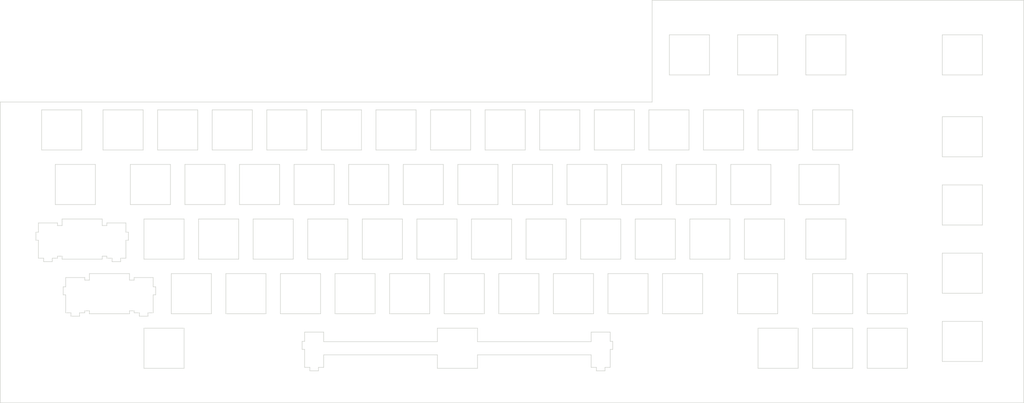
<source format=kicad_pcb>
(kicad_pcb (version 20221018) (generator pcbnew)

  (general
    (thickness 1.6)
  )

  (paper "A4")
  (layers
    (0 "F.Cu" signal)
    (31 "B.Cu" signal)
    (32 "B.Adhes" user "B.Adhesive")
    (33 "F.Adhes" user "F.Adhesive")
    (34 "B.Paste" user)
    (35 "F.Paste" user)
    (36 "B.SilkS" user "B.Silkscreen")
    (37 "F.SilkS" user "F.Silkscreen")
    (38 "B.Mask" user)
    (39 "F.Mask" user)
    (40 "Dwgs.User" user "User.Drawings")
    (41 "Cmts.User" user "User.Comments")
    (42 "Eco1.User" user "User.Eco1")
    (43 "Eco2.User" user "User.Eco2")
    (44 "Edge.Cuts" user)
    (45 "Margin" user)
    (46 "B.CrtYd" user "B.Courtyard")
    (47 "F.CrtYd" user "F.Courtyard")
    (48 "B.Fab" user)
    (49 "F.Fab" user)
    (50 "User.1" user)
    (51 "User.2" user)
    (52 "User.3" user)
    (53 "User.4" user)
    (54 "User.5" user)
    (55 "User.6" user)
    (56 "User.7" user)
    (57 "User.8" user)
    (58 "User.9" user)
  )

  (setup
    (pad_to_mask_clearance 0)
    (pcbplotparams
      (layerselection 0x00010fc_ffffffff)
      (plot_on_all_layers_selection 0x0000000_00000000)
      (disableapertmacros false)
      (usegerberextensions false)
      (usegerberattributes true)
      (usegerberadvancedattributes true)
      (creategerberjobfile true)
      (dashed_line_dash_ratio 12.000000)
      (dashed_line_gap_ratio 3.000000)
      (svgprecision 4)
      (plotframeref false)
      (viasonmask false)
      (mode 1)
      (useauxorigin false)
      (hpglpennumber 1)
      (hpglpenspeed 20)
      (hpglpendiameter 15.000000)
      (dxfpolygonmode true)
      (dxfimperialunits true)
      (dxfusepcbnewfont true)
      (psnegative false)
      (psa4output false)
      (plotreference true)
      (plotvalue true)
      (plotinvisibletext false)
      (sketchpadsonfab false)
      (subtractmaskfromsilk false)
      (outputformat 1)
      (mirror false)
      (drillshape 0)
      (scaleselection 1)
      (outputdirectory "gerber")
    )
  )

  (net 0 "")

  (gr_line (start -30.48 104.994) (end 326.708 104.994)
    (stroke (width 0.2) (type solid)) (layer "Edge.Cuts") (tstamp 0014efe6-7cf4-4280-b603-5e3661c0ab63))
  (gr_line (start 197.02 -35.5) (end 197.02 0)
    (stroke (width 0.2) (type solid)) (layer "Edge.Cuts") (tstamp 008fe25b-dd70-4ed3-8871-c77b6e599cc1))
  (gr_line (start -2.82 73.564) (end -2.82 74.764)
    (stroke (width 0.2) (type solid)) (layer "Edge.Cuts") (tstamp 00da361b-6c21-4f51-b30b-c34f8ce49600))
  (gr_line (start 162.257 35.794) (end 148.257 35.794)
    (stroke (width 0.2) (type solid)) (layer "Edge.Cuts") (tstamp 02c3c5ed-e863-4119-899b-799a4327577f))
  (gr_line (start -7.645 64.494) (end -7.645 61.264)
    (stroke (width 0.2) (type solid)) (layer "Edge.Cuts") (tstamp 02f35b17-f2dd-4536-9b8e-f926b168a202))
  (gr_line (start 48.245 59.894) (end 62.245 59.894)
    (stroke (width 0.2) (type solid)) (layer "Edge.Cuts") (tstamp 03729c5c-b3a5-4251-ae63-ec939c082344))
  (gr_line (start -11.2863 21.794) (end 2.7137 21.794)
    (stroke (width 0.2) (type solid)) (layer "Edge.Cuts") (tstamp 03ed51d2-b1f9-4fc7-b7ac-c5e1ed056b45))
  (gr_line (start 24.4325 2.744) (end 38.4325 2.744)
    (stroke (width 0.2) (type solid)) (layer "Edge.Cuts") (tstamp 04087396-691e-433e-8f8a-30af05b71d56))
  (gr_line (start 175.739 83.644) (end 175.739 80.314)
    (stroke (width 0.2) (type solid)) (layer "Edge.Cuts") (tstamp 061dacb5-f89a-4b1d-928c-96e647530902))
  (gr_line (start 298.276 42.9378) (end 298.276 28.9378)
    (stroke (width 0.2) (type solid)) (layer "Edge.Cuts") (tstamp 06b71e1a-1ea0-409b-af70-ca8827d6f133))
  (gr_line (start 182.389 86.344) (end 182.389 92.614)
    (stroke (width 0.2) (type solid)) (layer "Edge.Cuts") (tstamp 072403a8-7bea-4aa1-8005-afe18766644e))
  (gr_line (start 272.082 73.894) (end 272.082 59.894)
    (stroke (width 0.2) (type solid)) (layer "Edge.Cuts") (tstamp 080607b0-a893-4ba1-862f-66ce03a2d83b))
  (gr_line (start 247.982 16.744) (end 233.982 16.744)
    (stroke (width 0.2) (type solid)) (layer "Edge.Cuts") (tstamp 084aae94-9007-4121-9fb5-e73631cff98a))
  (gr_line (start 272.082 59.894) (end 286.082 59.894)
    (stroke (width 0.2) (type solid)) (layer "Edge.Cuts") (tstamp 0891639f-04da-4777-97c8-a80d392561fa))
  (gr_line (start 129.207 21.794) (end 143.207 21.794)
    (stroke (width 0.2) (type solid)) (layer "Edge.Cuts") (tstamp 091d5899-28e2-41ee-8e3e-ac0b84861ae1))
  (gr_line (start 19.67 78.944) (end 33.67 78.944)
    (stroke (width 0.2) (type solid)) (layer "Edge.Cuts") (tstamp 098b4c9d-c6a9-4bbb-8458-23e20e809228))
  (gr_line (start -2.0488 2.744) (end -2.0488 16.744)
    (stroke (width 0.2) (type solid)) (layer "Edge.Cuts") (tstamp 09a0f4f5-b6bb-4c75-9865-391cede64096))
  (gr_line (start -7.645 67.294) (end -8.52 67.294)
    (stroke (width 0.2) (type solid)) (layer "Edge.Cuts") (tstamp 09aea770-6055-4688-a4d5-7ee26cef3595))
  (gr_line (start 181.307 21.794) (end 181.307 35.794)
    (stroke (width 0.2) (type solid)) (layer "Edge.Cuts") (tstamp 09e68172-371a-415c-af4d-9dfa23484d29))
  (gr_line (start 124.157 21.794) (end 124.157 35.794)
    (stroke (width 0.2) (type solid)) (layer "Edge.Cuts") (tstamp 0a49d85a-39d1-4503-982e-d334a39058d0))
  (gr_line (start 16.235 62.164) (end 16.235 61.264)
    (stroke (width 0.2) (type solid)) (layer "Edge.Cuts") (tstamp 0a6641c4-7696-4357-8acd-06ded7acbdee))
  (gr_line (start 247.982 2.744) (end 247.982 16.744)
    (stroke (width 0.2) (type solid)) (layer "Edge.Cuts") (tstamp 0bfc9f0a-e350-416c-baea-48506d02790d))
  (gr_line (start 247.982 92.944) (end 233.982 92.944)
    (stroke (width 0.2) (type solid)) (layer "Edge.Cuts") (tstamp 0c0036c3-1407-43fd-a777-51206a5fe9a6))
  (gr_line (start 19.67 40.844) (end 33.67 40.844)
    (stroke (width 0.2) (type solid)) (layer "Edge.Cuts") (tstamp 0c63fd1e-62d6-4133-867e-b2da722d0d77))
  (gr_line (start 172.07 54.844) (end 172.07 40.844)
    (stroke (width 0.2) (type solid)) (layer "Edge.Cuts") (tstamp 0e283d2a-ce89-495f-9bb1-41b5c93062dd))
  (gr_line (start 23.76 64.494) (end 23.76 67.294)
    (stroke (width 0.2) (type solid)) (layer "Edge.Cuts") (tstamp 1307e788-6176-443b-9528-c368ee7ee3bc))
  (gr_line (start -15.345 55.714) (end -15.345 54.514)
    (stroke (width 0.2) (type solid)) (layer "Edge.Cuts") (tstamp 13c73f99-56aa-4574-bb13-9ef30d05d955))
  (gr_line (start 298.276 90.5628) (end 298.276 76.5628)
    (stroke (width 0.2) (type solid)) (layer "Edge.Cuts") (tstamp 14321ef3-4aa3-403b-832c-4e8a99e72821))
  (gr_line (start 28.9075 35.794) (end 14.9075 35.794)
    (stroke (width 0.2) (type solid)) (layer "Edge.Cuts") (tstamp 15d3ad38-96b8-471c-8cc9-029f9eac8906))
  (gr_line (start 298.276 52.7503) (end 312.276 52.7503)
    (stroke (width 0.2) (type solid)) (layer "Edge.Cuts") (tstamp 16452cad-0941-4ae9-ba94-e963b1bff5d0))
  (gr_line (start -16.0488 16.744) (end -16.0488 2.744)
    (stroke (width 0.2) (type solid)) (layer "Edge.Cuts") (tstamp 1726fc10-18a7-4f4e-bc2b-04125c5f0518))
  (gr_line (start 312.276 42.9378) (end 298.276 42.9378)
    (stroke (width 0.2) (type solid)) (layer "Edge.Cuts") (tstamp 199600a8-efbb-4108-ab80-2ac4a29006d3))
  (gr_line (start 57.77 54.844) (end 57.77 40.844)
    (stroke (width 0.2) (type solid)) (layer "Edge.Cuts") (tstamp 19bc430a-12f7-456d-9793-aacd4d63aaee))
  (gr_line (start 286.082 73.894) (end 272.082 73.894)
    (stroke (width 0.2) (type solid)) (layer "Edge.Cuts") (tstamp 19f0fe9d-568f-4eb1-a22a-a25b0df3f3c5))
  (gr_line (start 91.107 35.794) (end 91.107 21.794)
    (stroke (width 0.2) (type solid)) (layer "Edge.Cuts") (tstamp 1d2d42a8-9d8f-4c51-bd78-daca850fee7e))
  (gr_line (start 13.36 48.244) (end 13.36 54.514)
    (stroke (width 0.2) (type solid)) (layer "Edge.Cuts") (tstamp 1df6e290-cad3-4bd7-b172-9ae2c972ca1f))
  (gr_line (start 8.535 54.514) (end 6.71 54.514)
    (stroke (width 0.2) (type solid)) (layer "Edge.Cuts") (tstamp 1e61f82e-6292-4b92-be8c-9c7cb7013880))
  (gr_line (start 74.864 86.344) (end 74.864 83.544)
    (stroke (width 0.2) (type solid)) (layer "Edge.Cuts") (tstamp 1ef00ce3-148a-49d6-be22-04c4d7a0e643))
  (gr_line (start 298.276 76.5628) (end 312.276 76.5628)
    (stroke (width 0.2) (type solid)) (layer "Edge.Cuts") (tstamp 1f2fd260-2c1e-4774-a9bc-15e5311c34f0))
  (gr_line (start 29.195 59.894) (end 43.195 59.894)
    (stroke (width 0.2) (type solid)) (layer "Edge.Cuts") (tstamp 1f34c106-bd47-425f-a2ae-92e7c64f9493))
  (gr_line (start 312.276 -23.45) (end 312.276 -9.45)
    (stroke (width 0.2) (type solid)) (layer "Edge.Cuts") (tstamp 219f45be-d96e-4582-a2d2-af2bb854d469))
  (gr_line (start -30.48 0) (end -30.48 104.994)
    (stroke (width 0.2) (type solid)) (layer "Edge.Cuts") (tstamp 225711ee-e6ed-4fa0-90c1-668e5b2c2ad5))
  (gr_line (start 53.0075 21.794) (end 67.0075 21.794)
    (stroke (width 0.2) (type solid)) (layer "Edge.Cuts") (tstamp 22d21c7e-8779-439f-9742-e4f0d31c3e89))
  (gr_line (start 200.645 73.894) (end 200.645 59.894)
    (stroke (width 0.2) (type solid)) (layer "Edge.Cuts") (tstamp 24ba4ac4-87d0-4d8f-8535-6f979f5c2148))
  (gr_line (start 52.72 40.844) (end 52.72 54.844)
    (stroke (width 0.2) (type solid)) (layer "Edge.Cuts") (tstamp 266e3399-051c-49c6-a39c-3b2588842b88))
  (gr_line (start 77.564 93.814) (end 77.564 92.614)
    (stroke (width 0.2) (type solid)) (layer "Edge.Cuts") (tstamp 2690d0b0-e29e-4056-947b-4382014e0445))
  (gr_line (start 203.026 -9.45) (end 203.026 -23.45)
    (stroke (width 0.2) (type solid)) (layer "Edge.Cuts") (tstamp 27169990-1d23-4059-96fb-4484f76e9662))
  (gr_line (start 72.057 21.794) (end 86.057 21.794)
    (stroke (width 0.2) (type solid)) (layer "Edge.Cuts") (tstamp 275fb02e-f850-49eb-b97d-3208482c0776))
  (gr_line (start -8.905 54.844) (end -8.905 53.814)
    (stroke (width 0.2) (type solid)) (layer "Edge.Cuts") (tstamp 28592ef3-3b88-4d0f-b118-da4a7d6149d2))
  (gr_line (start 229.22 40.844) (end 243.22 40.844)
    (stroke (width 0.2) (type solid)) (layer "Edge.Cuts") (tstamp 294fda87-ab08-4d09-aea7-c9eeca82b620))
  (gr_line (start 76.82 54.844) (end 76.82 40.844)
    (stroke (width 0.2) (type solid)) (layer "Edge.Cuts") (tstamp 29ff4344-f274-4ecc-9729-768851b25830))
  (gr_line (start 86.345 73.894) (end 86.345 59.894)
    (stroke (width 0.2) (type solid)) (layer "Edge.Cuts") (tstamp 2a9acd35-0d03-4a04-865f-e34cbdcd3338))
  (gr_line (start 148.257 21.794) (end 162.257 21.794)
    (stroke (width 0.2) (type solid)) (layer "Edge.Cuts") (tstamp 2ab33e6e-12e7-4b0e-9640-25f487f85abd))
  (gr_line (start 181.595 73.894) (end 181.595 59.894)
    (stroke (width 0.2) (type solid)) (layer "Edge.Cuts") (tstamp 2c156b25-f912-471d-8c0c-1e0ef5b3bff6))
  (gr_line (start 74.864 83.544) (end 75.739 83.544)
    (stroke (width 0.2) (type solid)) (layer "Edge.Cuts") (tstamp 2ce1f323-aeca-4631-8aa8-e6223778a69e))
  (gr_line (start 38.4325 16.744) (end 24.4325 16.744)
    (stroke (width 0.2) (type solid)) (layer "Edge.Cuts") (tstamp 2dd18c8d-d855-44f5-9db5-e5c0163791f3))
  (gr_line (start 262.27 35.794) (end 248.27 35.794)
    (stroke (width 0.2) (type solid)) (layer "Edge.Cuts") (tstamp 2e6b1142-69c3-45a1-a943-71322440d804))
  (gr_line (start 14.62 62.164) (end 16.235 62.164)
    (stroke (width 0.2) (type solid)) (layer "Edge.Cuts") (tstamp 2eaeb29b-c71a-489c-aec9-34cf65ae73e7))
  (gr_line (start 195.882 16.744) (end 195.882 2.744)
    (stroke (width 0.2) (type solid)) (layer "Edge.Cuts") (tstamp 2ebcca10-8002-4089-8c5f-ee71f8732c7e))
  (gr_line (start 19.67 92.944) (end 19.67 78.944)
    (stroke (width 0.2) (type solid)) (layer "Edge.Cuts") (tstamp 31b527db-c63c-4479-9b63-15d2c0bba850))
  (gr_line (start 80.564 92.614) (end 80.564 93.814)
    (stroke (width 0.2) (type solid)) (layer "Edge.Cuts") (tstamp 31bdbdc6-8893-4a13-8d97-60df074c3b39))
  (gr_line (start 177.564 93.814) (end 177.564 92.614)
    (stroke (width 0.2) (type solid)) (layer "Edge.Cuts") (tstamp 322a6bc0-1a9a-4a82-9077-3302d7a69673))
  (gr_line (start 210.17 54.844) (end 210.17 40.844)
    (stroke (width 0.2) (type solid)) (layer "Edge.Cuts") (tstamp 322b9f91-1058-456f-b9e2-ddea83628d55))
  (gr_line (start 167.307 21.794) (end 181.307 21.794)
    (stroke (width 0.2) (type solid)) (layer "Edge.Cuts") (tstamp 324a96de-fa21-48be-896e-91add1f3c93d))
  (gr_line (start 138.445 59.894) (end 138.445 73.894)
    (stroke (width 0.2) (type solid)) (layer "Edge.Cuts") (tstamp 32555428-da43-473d-bb7e-132e5a4abaa6))
  (gr_line (start 57.77 40.844) (end 71.77 40.844)
    (stroke (width 0.2) (type solid)) (layer "Edge.Cuts") (tstamp 32e9b745-af00-46f0-8060-036119d0598d))
  (gr_line (start 129.207 35.794) (end 129.207 21.794)
    (stroke (width 0.2) (type solid)) (layer "Edge.Cuts") (tstamp 3399e3ff-1aa4-47f7-950e-37088bfc3189))
  (gr_line (start 81.295 59.894) (end 81.295 73.894)
    (stroke (width 0.2) (type solid)) (layer "Edge.Cuts") (tstamp 34434d9e-3e30-4d85-ab99-5f645c500cf8))
  (gr_line (start -7.645 61.264) (end -0.995 61.264)
    (stroke (width 0.2) (type solid)) (layer "Edge.Cuts") (tstamp 35e3ce93-b19b-47eb-86d2-46e03a139ea5))
  (gr_line (start 5.095 53.814) (end 5.095 54.844)
    (stroke (width 0.2) (type solid)) (layer "Edge.Cuts") (tstamp 36579972-594f-4f22-b1ac-d12fb0bd1228))
  (gr_line (start -12.345 54.514) (end -12.345 55.714)
    (stroke (width 0.2) (type solid)) (layer "Edge.Cuts") (tstamp 37a927fd-0fe0-40c0-bb45-84a4f2b5ba89))
  (gr_line (start 114.92 40.844) (end 128.92 40.844)
    (stroke (width 0.2) (type solid)) (layer "Edge.Cuts") (tstamp 37a9d78b-d7bb-44ca-b424-5e8df4e00daa))
  (gr_line (start 22.885 61.264) (end 22.885 64.494)
    (stroke (width 0.2) (type solid)) (layer "Edge.Cuts") (tstamp 37be1401-9a3b-49fd-b853-c431a7c293b3))
  (gr_line (start 122.064 83.644) (end 122.064 78.944)
    (stroke (width 0.2) (type solid)) (layer "Edge.Cuts") (tstamp 37d8312f-eb1a-4697-b8d5-1301f06d7f70))
  (gr_line (start 298.276 66.7503) (end 298.276 52.7503)
    (stroke (width 0.2) (type solid)) (layer "Edge.Cuts") (tstamp 37df0da0-c6c7-4d86-b737-d27bb1725f76))
  (gr_line (start 14.62 59.894) (end 14.62 62.164)
    (stroke (width 0.2) (type solid)) (layer "Edge.Cuts") (tstamp 381e64ec-194d-46f8-850e-643b852ec355))
  (gr_line (start 162.545 59.894) (end 176.545 59.894)
    (stroke (width 0.2) (type solid)) (layer "Edge.Cuts") (tstamp 3961e00c-78de-45fb-b2e6-9f28c5af1cb4))
  (gr_line (start 0.62 59.894) (end 14.62 59.894)
    (stroke (width 0.2) (type solid)) (layer "Edge.Cuts") (tstamp 3ae0dcad-efba-484a-ad26-e836764f979a))
  (gr_line (start 219.407 21.794) (end 219.407 35.794)
    (stroke (width 0.2) (type solid)) (layer "Edge.Cuts") (tstamp 3b0a3157-c217-4900-9bfb-7a7b1a7113a5))
  (gr_line (start -8.905 43.114) (end -8.905 40.844)
    (stroke (width 0.2) (type solid)) (layer "Edge.Cuts") (tstamp 3b3b9775-74e8-41d9-bf6a-2d70c405a0b9))
  (gr_line (start 0.62 72.864) (end -0.995 72.864)
    (stroke (width 0.2) (type solid)) (layer "Edge.Cuts") (tstamp 3ba18869-4bb9-4b80-a266-9fbad5a29b5f))
  (gr_line (start 217.026 -23.45) (end 217.026 -9.45)
    (stroke (width 0.2) (type solid)) (layer "Edge.Cuts") (tstamp 3c6e4122-fd47-4f1a-9d4f-bd885c2bea8a))
  (gr_line (start 191.12 40.844) (end 205.12 40.844)
    (stroke (width 0.2) (type solid)) (layer "Edge.Cuts") (tstamp 3e23e33d-31e5-4550-820b-47485dcdd024))
  (gr_line (start 298.276 5.1253) (end 312.276 5.1253)
    (stroke (width 0.2) (type solid)) (layer "Edge.Cuts") (tstamp 3f371ccb-3f71-4990-b456-7adce5929efc))
  (gr_line (start 312.276 76.5628) (end 312.276 90.5628)
    (stroke (width 0.2) (type solid)) (layer "Edge.Cuts") (tstamp 40833011-9369-4dc3-a431-f357919f3723))
  (gr_line (start -10.52 42.214) (end -10.52 43.114)
    (stroke (width 0.2) (type solid)) (layer "Edge.Cuts") (tstamp 4190d57a-e5ac-47ef-814e-f8541d32d018))
  (gr_line (start 326.708 104.994) (end 326.708 -35.5)
    (stroke (width 0.2) (type solid)) (layer "Edge.Cuts") (tstamp 41bad825-dda1-4369-b357-1e935d6df8ff))
  (gr_line (start 175.739 80.314) (end 182.389 80.314)
    (stroke (width 0.2) (type solid)) (layer "Edge.Cuts") (tstamp 42985dab-7fcf-4baa-b109-c0e41667b320))
  (gr_line (start 243.22 54.844) (end 229.22 54.844)
    (stroke (width 0.2) (type solid)) (layer "Edge.Cuts") (tstamp 43796f79-594e-4fa5-9dd0-c5f9dabe6e62))
  (gr_line (start 183.264 83.544) (end 183.264 86.344)
    (stroke (width 0.2) (type solid)) (layer "Edge.Cuts") (tstamp 43943a85-cdb9-4f30-bc57-254c38aef8ce))
  (gr_line (start 109.87 54.844) (end 95.87 54.844)
    (stroke (width 0.2) (type solid)) (layer "Edge.Cuts") (tstamp 43ead337-3e41-4d15-8807-8b0d6089d635))
  (gr_line (start -0.995 61.264) (end -0.995 62.164)
    (stroke (width 0.2) (type solid)) (layer "Edge.Cuts") (tstamp 4432ca9d-57e8-4723-ba12-c091ab9562d0))
  (gr_line (start 153.02 40.844) (end 167.02 40.844)
    (stroke (width 0.2) (type solid)) (layer "Edge.Cuts") (tstamp 4473e07e-cdc1-4c74-a402-92f7cbbfedf6))
  (gr_line (start 136.064 88.244) (end 136.064 92.944)
    (stroke (width 0.2) (type solid)) (layer "Edge.Cuts") (tstamp 45bdc508-910b-4f9f-be5a-d6c77265dc14))
  (gr_line (start 62.245 59.894) (end 62.245 73.894)
    (stroke (width 0.2) (type solid)) (layer "Edge.Cuts") (tstamp 46234a94-39f3-4a24-8834-4ebb997fc258))
  (gr_line (start 21.06 74.764) (end 18.06 74.764)
    (stroke (width 0.2) (type solid)) (layer "Edge.Cuts") (tstamp 46607ff3-ca1f-464d-afcc-0f66e2a1e6ab))
  (gr_line (start 124.445 73.894) (end 124.445 59.894)
    (stroke (width 0.2) (type solid)) (layer "Edge.Cuts") (tstamp 470ef914-3ee0-4a00-991d-39c6c0384f95))
  (gr_line (start 264.651 -9.45) (end 250.651 -9.45)
    (stroke (width 0.2) (type solid)) (layer "Edge.Cuts") (tstamp 470efc9d-89d3-486f-b506-4deab6c6705f))
  (gr_line (start 86.345 59.894) (end 100.345 59.894)
    (stroke (width 0.2) (type solid)) (layer "Edge.Cuts") (tstamp 473ad94d-8e55-4af9-8313-02ecc0a92df7))
  (gr_line (start 110.157 35.794) (end 110.157 21.794)
    (stroke (width 0.2) (type solid)) (layer "Edge.Cuts") (tstamp 4748734f-605e-4116-b30a-cd1961e73a2f))
  (gr_line (start 43.4825 16.744) (end 43.4825 2.744)
    (stroke (width 0.2) (type solid)) (layer "Edge.Cuts") (tstamp 47d55e69-2fb0-4b9a-bdfe-041b80939deb))
  (gr_line (start -17.17 45.444) (end -17.17 42.214)
    (stroke (width 0.2) (type solid)) (layer "Edge.Cuts") (tstamp 481fe5d2-0084-446b-88bb-b0f210b5a3f8))
  (gr_line (start 122.064 88.244) (end 82.389 88.244)
    (stroke (width 0.2) (type solid)) (layer "Edge.Cuts") (tstamp 48d21b5c-75f3-4b59-a4d0-935eb09afab4))
  (gr_line (start 253.032 78.944) (end 267.032 78.944)
    (stroke (width 0.2) (type solid)) (layer "Edge.Cuts") (tstamp 49a92c33-04ee-46a5-90eb-11926d17604d))
  (gr_line (start 2.7137 35.794) (end -11.2863 35.794)
    (stroke (width 0.2) (type solid)) (layer "Edge.Cuts") (tstamp 49ddb9ab-0c09-4087-90b0-2e2b7c52d61a))
  (gr_line (start 11.535 55.714) (end 8.535 55.714)
    (stroke (width 0.2) (type solid)) (layer "Edge.Cuts") (tstamp 4a4c8840-d04f-4979-887a-07ec03663932))
  (gr_line (start 5.095 40.844) (end 5.095 43.114)
    (stroke (width 0.2) (type solid)) (layer "Edge.Cuts") (tstamp 4a581ec6-279e-4134-9bfd-c641be71cf70))
  (gr_line (start 33.67 54.844) (end 19.67 54.844)
    (stroke (width 0.2) (type solid)) (layer "Edge.Cuts") (tstamp 4aae287f-96de-42a3-832d-ee0d9ac609c7))
  (gr_line (start 19.3825 2.744) (end 19.3825 16.744)
    (stroke (width 0.2) (type solid)) (layer "Edge.Cuts") (tstamp 4ba77e16-34d3-4a03-b853-1d6aadf26a20))
  (gr_line (start 226.839 73.894) (end 226.839 59.894)
    (stroke (width 0.2) (type solid)) (layer "Edge.Cuts") (tstamp 4c08c568-e879-41e1-9cf9-2ca95c531b2c))
  (gr_line (start 224.17 54.844) (end 210.17 54.844)
    (stroke (width 0.2) (type solid)) (layer "Edge.Cuts") (tstamp 4c44baa2-f258-46ac-97a3-a343117f6cd7))
  (gr_line (start 38.4325 2.744) (end 38.4325 16.744)
    (stroke (width 0.2) (type solid)) (layer "Edge.Cuts") (tstamp 4e72688b-a750-488b-a6d4-b2cc66fb6202))
  (gr_line (start 200.357 21.794) (end 200.357 35.794)
    (stroke (width 0.2) (type solid)) (layer "Edge.Cuts") (tstamp 501ded88-f15b-413d-8dca-4d70aa2c5c86))
  (gr_line (start 181.307 35.794) (end 167.307 35.794)
    (stroke (width 0.2) (type solid)) (layer "Edge.Cuts") (tstamp 5151f799-d292-4c68-9baa-3ab8d9aaa9e3))
  (gr_line (start -17.17 54.514) (end -17.17 48.244)
    (stroke (width 0.2) (type solid)) (layer "Edge.Cuts") (tstamp 516710ff-01b1-44e9-b9ed-f65785c72583))
  (gr_line (start -5.82 73.564) (end -7.645 73.564)
    (stroke (width 0.2) (type solid)) (layer "Edge.Cuts") (tstamp 521d39d5-c117-4a9d-ad85-daa215d1a384))
  (gr_line (start 147.97 54.844) (end 133.97 54.844)
    (stroke (width 0.2) (type solid)) (layer "Edge.Cuts") (tstamp 527a7845-333f-46cd-b601-e0d6301e2be7))
  (gr_line (start 214.932 16.744) (end 214.932 2.744)
    (stroke (width 0.2) (type solid)) (layer "Edge.Cuts") (tstamp 527a8f51-a691-417b-9645-2cb12306cfeb))
  (gr_line (start 105.107 21.794) (end 105.107 35.794)
    (stroke (width 0.2) (type solid)) (layer "Edge.Cuts") (tstamp 52a01270-3245-47c7-8f7b-50c477dd30e0))
  (gr_line (start 43.4825 2.744) (end 57.4825 2.744)
    (stroke (width 0.2) (type solid)) (layer "Edge.Cuts") (tstamp 52cafac4-a276-4419-b707-ad50f6073188))
  (gr_line (start 312.276 66.7503) (end 298.276 66.7503)
    (stroke (width 0.2) (type solid)) (layer "Edge.Cuts") (tstamp 52ef0365-d402-4d70-bd4e-976d7cd52651))
  (gr_line (start 67.295 59.894) (end 81.295 59.894)
    (stroke (width 0.2) (type solid)) (layer "Edge.Cuts") (tstamp 52f950a3-c457-4762-8f3d-4202482ccc08))
  (gr_line (start 33.67 78.944) (end 33.67 92.944)
    (stroke (width 0.2) (type solid)) (layer "Edge.Cuts") (tstamp 5338a278-6bee-427d-917d-eefbe3de4cb6))
  (gr_line (start 143.495 59.894) (end 157.495 59.894)
    (stroke (width 0.2) (type solid)) (layer "Edge.Cuts") (tstamp 538a3d1a-4c0e-47ad-a10a-7684a2413015))
  (gr_line (start 133.682 16.744) (end 119.682 16.744)
    (stroke (width 0.2) (type solid)) (layer "Edge.Cuts") (tstamp 54810637-97be-4a39-89e5-13b7b2722e6a))
  (gr_line (start 233.982 78.944) (end 247.982 78.944)
    (stroke (width 0.2) (type solid)) (layer "Edge.Cuts") (tstamp 54a7ae85-8f57-48ef-991f-449e89d93385))
  (gr_line (start 67.0075 21.794) (end 67.0075 35.794)
    (stroke (width 0.2) (type solid)) (layer "Edge.Cuts") (tstamp 54ac86f7-86d6-4bec-9675-08e3b908bfe5))
  (gr_line (start 136.064 78.944) (end 136.064 83.644)
    (stroke (width 0.2) (type solid)) (layer "Edge.Cuts") (tstamp 54f45ca9-d540-4569-8ed0-6ee1d4aab71a))
  (gr_line (start 0.62 62.164) (end 0.62 59.894)
    (stroke (width 0.2) (type solid)) (layer "Edge.Cuts") (tstamp 5542d832-730d-4edb-8a3c-962ec9a38868))
  (gr_line (start 182.389 80.314) (end 182.389 83.544)
    (stroke (width 0.2) (type solid)) (layer "Edge.Cuts") (tstamp 55523952-6b8a-47ba-b034-0093c46e92cd))
  (gr_line (start 14.62 73.894) (end 0.62 73.894)
    (stroke (width 0.2) (type solid)) (layer "Edge.Cuts") (tstamp 559cd07a-5cb2-4847-a39b-57f634e53a44))
  (gr_line (start 76.532 2.744) (end 76.532 16.744)
    (stroke (width 0.2) (type solid)) (layer "Edge.Cuts") (tstamp 56507fcf-6ab1-4782-a210-cf843770b03f))
  (gr_line (start 6.71 53.814) (end 5.095 53.814)
    (stroke (width 0.2) (type solid)) (layer "Edge.Cuts") (tstamp 56997f72-c23b-483f-9b84-708ca98e672a))
  (gr_line (start 43.195 59.894) (end 43.195 73.894)
    (stroke (width 0.2) (type solid)) (layer "Edge.Cuts") (tstamp 573a1363-f5e3-43c3-818c-0264dace9157))
  (gr_line (start 229.22 54.844) (end 229.22 40.844)
    (stroke (width 0.2) (type solid)) (layer "Edge.Cuts") (tstamp 57ce3ec3-483e-4e87-bd2b-5eaa6d05aa3f))
  (gr_line (start 82.389 92.614) (end 80.564 92.614)
    (stroke (width 0.2) (type solid)) (layer "Edge.Cuts") (tstamp 57da6c84-ffcb-4475-b538-da27d71d650c))
  (gr_line (start 186.357 35.794) (end 186.357 21.794)
    (stroke (width 0.2) (type solid)) (layer "Edge.Cuts") (tstamp 599739bc-2a04-4365-bee1-e31d2ae5524a))
  (gr_line (start 186.357 21.794) (end 200.357 21.794)
    (stroke (width 0.2) (type solid)) (layer "Edge.Cuts") (tstamp 59e353e6-c900-4eef-bad0-4f5cb137e2f6))
  (gr_line (start 24.4325 16.744) (end 24.4325 2.744)
    (stroke (width 0.2) (type solid)) (layer "Edge.Cuts") (tstamp 5a74258c-41d0-462a-8485-2e2b4b94433d))
  (gr_line (start 180.564 92.614) (end 180.564 93.814)
    (stroke (width 0.2) (type solid)) (layer "Edge.Cuts") (tstamp 5b0ad223-1315-4295-8cc1-867dd61cce8d))
  (gr_line (start 77.564 92.614) (end 75.739 92.614)
    (stroke (width 0.2) (type solid)) (layer "Edge.Cuts") (tstamp 5be65a08-3853-4908-ad8e-0347f7051990))
  (gr_line (start 233.982 92.944) (end 233.982 78.944)
    (stroke (width 0.2) (type solid)) (layer "Edge.Cuts") (tstamp 5c0b860f-377a-4503-a43c-2d9043268b7d))
  (gr_line (start 200.645 59.894) (end 214.645 59.894)
    (stroke (width 0.2) (type solid)) (layer "Edge.Cuts") (tstamp 5c11103e-32bb-400f-8bbd-ac38eee78d83))
  (gr_line (start 247.982 78.944) (end 247.982 92.944)
    (stroke (width 0.2) (type solid)) (layer "Edge.Cuts") (tstamp 5c89f47a-7ea2-414f-8bc4-621411fd9e6e))
  (gr_line (start 138.732 2.744) (end 152.732 2.744)
    (stroke (width 0.2) (type solid)) (layer "Edge.Cuts") (tstamp 5cb09052-6fb4-4961-b827-e6bc3571998d))
  (gr_line (start 33.67 92.944) (end 19.67 92.944)
    (stroke (width 0.2) (type solid)) (layer "Edge.Cuts") (tstamp 5ce71e50-6f3e-4583-a367-30c4d345a545))
  (gr_line (start 86.057 35.794) (end 72.057 35.794)
    (stroke (width 0.2) (type solid)) (layer "Edge.Cuts") (tstamp 5e0a31e2-d82f-41e5-ab57-eedfa25b703d))
  (gr_line (start 95.582 16.744) (end 81.582 16.744)
    (stroke (width 0.2) (type solid)) (layer "Edge.Cuts") (tstamp 5ee1a2f9-7c28-40ac-847f-c98808d94d63))
  (gr_line (start 13.36 42.214) (end 13.36 45.444)
    (stroke (width 0.2) (type solid)) (layer "Edge.Cuts") (tstamp 603fb41e-6046-4e8e-96cc-3e816166392a))
  (gr_line (start 240.839 -9.45) (end 226.839 -9.45)
    (stroke (width 0.2) (type solid)) (layer "Edge.Cuts") (tstamp 60b39475-88e1-45a6-a0e3-8fc52542c91e))
  (gr_line (start -10.52 53.814) (end -10.52 54.514)
    (stroke (width 0.2) (type solid)) (layer "Edge.Cuts") (tstamp 61ce0cad-6e02-4f3c-92c7-e59ccf983934))
  (gr_line (start 62.5325 2.744) (end 76.532 2.744)
    (stroke (width 0.2) (type solid)) (layer "Edge.Cuts") (tstamp 620e9e6f-e8e0-4e48-8bf1-39293f77d368))
  (gr_line (start 109.87 40.844) (end 109.87 54.844)
    (stroke (width 0.2) (type solid)) (layer "Edge.Cuts") (tstamp 6219bbad-7928-4e9e-bab9-8bef4fb47909))
  (gr_line (start 138.445 73.894) (end 124.445 73.894)
    (stroke (width 0.2) (type solid)) (layer "Edge.Cuts") (tstamp 62342efd-8036-4e6a-bfea-c13854478e20))
  (gr_line (start -7.645 73.564) (end -7.645 67.294)
    (stroke (width 0.2) (type solid)) (layer "Edge.Cuts") (tstamp 625d0085-9689-4f92-8446-5d5fa50bcc81))
  (gr_line (start 162.545 73.894) (end 162.545 59.894)
    (stroke (width 0.2) (type solid)) (layer "Edge.Cuts") (tstamp 63a21dee-cbf7-44d0-b4e1-d27b3d503c5c))
  (gr_line (start 14.62 72.864) (end 14.62 73.894)
    (stroke (width 0.2) (type solid)) (layer "Edge.Cuts") (tstamp 63e2b74a-3fb1-4e23-85e5-8354cfbe8139))
  (gr_line (start 298.276 -23.45) (end 312.276 -23.45)
    (stroke (width 0.2) (type solid)) (layer "Edge.Cuts") (tstamp 64676524-ac16-435c-a00f-0c39602ee070))
  (gr_line (start 190.832 2.744) (end 190.832 16.744)
    (stroke (width 0.2) (type solid)) (layer "Edge.Cuts") (tstamp 64f973f2-5f6f-4921-9842-a9fb4ebd244d))
  (gr_line (start 182.389 92.614) (end 180.564 92.614)
    (stroke (width 0.2) (type solid)) (layer "Edge.Cuts") (tstamp 66ebae7b-b4a9-4844-885f-039b3d2fb947))
  (gr_line (start 224.457 35.794) (end 224.457 21.794)
    (stroke (width 0.2) (type solid)) (layer "Edge.Cuts") (tstamp 67fb04d6-8d29-4107-a82e-84f3e9da7703))
  (gr_line (start 8.535 55.714) (end 8.535 54.514)
    (stroke (width 0.2) (type solid)) (layer "Edge.Cuts") (tstamp 68ccd1a2-068b-4001-91dd-4d4bb659b6bd))
  (gr_line (start 33.9575 35.794) (end 33.9575 21.794)
    (stroke (width 0.2) (type solid)) (layer "Edge.Cuts") (tstamp 691fca5d-174f-4dda-b569-38dfb6640278))
  (gr_line (start 143.207 21.794) (end 143.207 35.794)
    (stroke (width 0.2) (type solid)) (layer "Edge.Cuts") (tstamp 6a8c5937-dc6c-4289-98ee-46959fa25a40))
  (gr_line (start 136.064 83.644) (end 175.739 83.644)
    (stroke (width 0.2) (type solid)) (layer "Edge.Cuts") (tstamp 6ace7906-8ed8-475b-9479-bab1d9e775f3))
  (gr_line (start 38.72 54.844) (end 38.72 40.844)
    (stroke (width 0.2) (type solid)) (layer "Edge.Cuts") (tstamp 6af7ac19-7874-432e-9607-28e2097906dd))
  (gr_line (start 18.06 74.764) (end 18.06 73.564)
    (stroke (width 0.2) (type solid)) (layer "Edge.Cuts") (tstamp 6b69a64d-2842-4ea9-bd25-622c6246bb74))
  (gr_line (start -2.82 74.764) (end -5.82 74.764)
    (stroke (width 0.2) (type solid)) (layer "Edge.Cuts") (tstamp 6c6e6c61-898d-4627-afa9-b07478b46294))
  (gr_line (start 312.276 19.1253) (end 298.276 19.1253)
    (stroke (width 0.2) (type solid)) (layer "Edge.Cuts") (tstamp 6d6807b9-004c-4ad4-aa45-4eaf8d534c0c))
  (gr_line (start 6.71 42.214) (end 13.36 42.214)
    (stroke (width 0.2) (type solid)) (layer "Edge.Cuts") (tstamp 6f77b3a6-3200-482d-994c-77ce7cc89da8))
  (gr_line (start 226.839 -23.45) (end 240.839 -23.45)
    (stroke (width 0.2) (type solid)) (layer "Edge.Cuts") (tstamp 6ff53e8b-daa8-4c99-8d1b-665c6c76cf7a))
  (gr_line (start 175.739 88.244) (end 136.064 88.244)
    (stroke (width 0.2) (type solid)) (layer "Edge.Cuts") (tstamp 70557040-afcc-4f76-9e99-4bd0bc5d4856))
  (gr_line (start 114.632 2.744) (end 114.632 16.744)
    (stroke (width 0.2) (type solid)) (layer "Edge.Cuts") (tstamp 709392b6-4845-44e4-811b-8faecf1d3f4a))
  (gr_line (start 326.708 -35.5) (end 197.02 -35.5)
    (stroke (width 0.2) (type solid)) (layer "Edge.Cuts") (tstamp 71e97384-dcf6-4c46-825f-63f3f961cdc9))
  (gr_line (start 13.36 54.514) (end 11.535 54.514)
    (stroke (width 0.2) (type solid)) (layer "Edge.Cuts") (tstamp 73231e84-103b-40d0-a0e2-139ccaae5f07))
  (gr_line (start 267.032 78.944) (end 267.032 92.944)
    (stroke (width 0.2) (type solid)) (layer "Edge.Cuts") (tstamp 74079d50-e12a-4dd7-b045-d9cf278ecb98))
  (gr_line (start 209.882 2.744) (end 209.882 16.744)
    (stroke (width 0.2) (type solid)) (layer "Edge.Cuts") (tstamp 7439b6da-21db-4296-bb69-5e6729bc07e4))
  (gr_line (start 298.276 -9.45) (end 298.276 -23.45)
    (stroke (width 0.2) (type solid)) (layer "Edge.Cuts") (tstamp 744d6a59-c395-4e4c-9bf2-526eef09678f))
  (gr_line (start 148.257 35.794) (end 148.257 21.794)
    (stroke (width 0.2) (type solid)) (layer "Edge.Cuts") (tstamp 74c41d9e-d696-406d-92b2-25b071a0aa76))
  (gr_line (start 152.732 16.744) (end 138.732 16.744)
    (stroke (width 0.2) (type solid)) (layer "Edge.Cuts") (tstamp 75fcc318-dc38-40b1-a921-bd8641deff6e))
  (gr_line (start 138.732 16.744) (end 138.732 2.744)
    (stroke (width 0.2) (type solid)) (layer "Edge.Cuts") (tstamp 7674c580-00e0-4d70-8ea0-5bd4883c972f))
  (gr_line (start 75.739 80.314) (end 82.389 80.314)
    (stroke (width 0.2) (type solid)) (layer "Edge.Cuts") (tstamp 76af955e-ab1b-4e87-8904-c02c3416fb56))
  (gr_line (start 22.885 73.564) (end 21.06 73.564)
    (stroke (width 0.2) (type solid)) (layer "Edge.Cuts") (tstamp 76e84ad0-8f1a-4f21-afdb-0410ed8e9198))
  (gr_line (start 312.276 28.9378) (end 312.276 42.9378)
    (stroke (width 0.2) (type solid)) (layer "Edge.Cuts") (tstamp 775a1f24-186c-4f42-8d09-85bf9f107f28))
  (gr_line (start 5.3825 16.744) (end 5.3825 2.744)
    (stroke (width 0.2) (type solid)) (layer "Edge.Cuts") (tstamp 78841f8a-d754-4bfc-a554-3112ecae74e1))
  (gr_line (start 217.026 -9.45) (end 203.026 -9.45)
    (stroke (width 0.2) (type solid)) (layer "Edge.Cuts") (tstamp 78fb6c55-7c5a-4631-adea-612b322e4d41))
  (gr_line (start 82.389 83.644) (end 122.064 83.644)
    (stroke (width 0.2) (type solid)) (layer "Edge.Cuts") (tstamp 7a087440-9a96-42b8-ac92-0b2ff2022e17))
  (gr_line (start 19.67 54.844) (end 19.67 40.844)
    (stroke (width 0.2) (type solid)) (layer "Edge.Cuts") (tstamp 7b148a00-4347-4133-8626-5176dfccc845))
  (gr_line (start 91.107 21.794) (end 105.107 21.794)
    (stroke (width 0.2) (type solid)) (layer "Edge.Cuts") (tstamp 7bb486a3-1f42-4498-a845-23f00b32c990))
  (gr_line (start 14.235 48.244) (end 13.36 48.244)
    (stroke (width 0.2) (type solid)) (layer "Edge.Cuts") (tstamp 7bd62858-2b50-4dbf-826b-c36c1ef84a7f))
  (gr_line (start 171.782 16.744) (end 157.782 16.744)
    (stroke (width 0.2) (type solid)) (layer "Edge.Cuts") (tstamp 7d4c95af-3320-4491-8fcc-e320736af37f))
  (gr_line (start 48.245 73.894) (end 48.245 59.894)
    (stroke (width 0.2) (type solid)) (layer "Edge.Cuts") (tstamp 7e2ebba9-2d7d-4698-9e59-32b892092ac2))
  (gr_line (start 312.276 5.1253) (end 312.276 19.1253)
    (stroke (width 0.2) (type solid)) (layer "Edge.Cuts") (tstamp 80de753a-d39e-4413-b35c-7a2149b2d2c8))
  (gr_line (start 157.495 59.894) (end 157.495 73.894)
    (stroke (width 0.2) (type solid)) (layer "Edge.Cuts") (tstamp 81c56594-35a5-4c13-8a7c-289296459a06))
  (gr_line (start -15.345 54.514) (end -17.17 54.514)
    (stroke (width 0.2) (type solid)) (layer "Edge.Cuts") (tstamp 82a5062e-6216-40f9-9c33-8363f1cd667c))
  (gr_line (start 253.032 2.744) (end 267.032 2.744)
    (stroke (width 0.2) (type solid)) (layer "Edge.Cuts") (tstamp 82aaf169-6e1c-4853-a32d-7862b76d6bbd))
  (gr_line (start 6.71 43.114) (end 6.71 42.214)
    (stroke (width 0.2) (type solid)) (layer "Edge.Cuts") (tstamp 82d89c5a-8def-401c-8d8b-fba4d890ae94))
  (gr_line (start -17.17 48.244) (end -18.045 48.244)
    (stroke (width 0.2) (type solid)) (layer "Edge.Cuts") (tstamp 83695a34-2b07-4a52-bada-5b79a9c25483))
  (gr_line (start 253.032 59.894) (end 267.032 59.894)
    (stroke (width 0.2) (type solid)) (layer "Edge.Cuts") (tstamp 8402d1a6-81a6-4009-95ef-8e9d6c025870))
  (gr_line (start 18.06 73.564) (end 16.235 73.564)
    (stroke (width 0.2) (type solid)) (layer "Edge.Cuts") (tstamp 84033deb-76f8-4cb7-86c4-a11ee56a3756))
  (gr_line (start 205.12 54.844) (end 191.12 54.844)
    (stroke (width 0.2) (type solid)) (layer "Edge.Cuts") (tstamp 841c6a11-9233-4596-8767-ee31668fbb9e))
  (gr_line (start 240.839 -23.45) (end 240.839 -9.45)
    (stroke (width 0.2) (type solid)) (layer "Edge.Cuts") (tstamp 844103c0-5313-49d3-b997-ca3c66c4a52d))
  (gr_line (start 19.3825 16.744) (end 5.3825 16.744)
    (stroke (width 0.2) (type solid)) (layer "Edge.Cuts") (tstamp 84a6301c-8d53-4f38-9d7c-a226c37360c2))
  (gr_line (start 298.276 19.1253) (end 298.276 5.1253)
    (stroke (width 0.2) (type solid)) (layer "Edge.Cuts") (tstamp 855818c4-75c7-4f55-9e65-37444f172893))
  (gr_line (start 312.276 52.7503) (end 312.276 66.7503)
    (stroke (width 0.2) (type solid)) (layer "Edge.Cuts") (tstamp 855fb188-25f3-49cd-842a-5c0136ad8dad))
  (gr_line (start 176.832 2.744) (end 190.832 2.744)
    (stroke (width 0.2) (type solid)) (layer "Edge.Cuts") (tstamp 86388c53-3a90-4406-a093-d865c081eff9))
  (gr_line (start 71.77 54.844) (end 57.77 54.844)
    (stroke (width 0.2) (type solid)) (layer "Edge.Cuts") (tstamp 88105d27-fc11-4901-b472-d433b34d6872))
  (gr_line (start 203.026 -23.45) (end 217.026 -23.45)
    (stroke (width 0.2) (type solid)) (layer "Edge.Cuts") (tstamp 8840f7c6-2f94-453c-b706-d68e75895e03))
  (gr_line (start 33.9575 21.794) (end 47.9575 21.794)
    (stroke (width 0.2) (type solid)) (layer "Edge.Cuts") (tstamp 8936b593-32f5-42ca-aca2-abe28d97795e))
  (gr_line (start 147.97 40.844) (end 147.97 54.844)
    (stroke (width 0.2) (type solid)) (layer "Edge.Cuts") (tstamp 89b32a2d-8aa2-416b-8c57-9ca52c6966e3))
  (gr_line (start 100.632 2.744) (end 114.632 2.744)
    (stroke (width 0.2) (type solid)) (layer "Edge.Cuts") (tstamp 89b61999-e2a5-416b-9401-f3b389346039))
  (gr_line (start 186.07 40.844) (end 186.07 54.844)
    (stroke (width 0.2) (type solid)) (layer "Edge.Cuts") (tstamp 89ecc66d-fa35-4079-80b4-f0ce5d646bf2))
  (gr_line (start 22.885 64.494) (end 23.76 64.494)
    (stroke (width 0.2) (type solid)) (layer "Edge.Cuts") (tstamp 8a8bfd8c-4cc6-484f-991a-810aa7e19718))
  (gr_line (start 264.651 54.844) (end 250.651 54.844)
    (stroke (width 0.2) (type solid)) (layer "Edge.Cuts") (tstamp 8be21287-59e1-45c4-b735-9ad9676ef876))
  (gr_line (start 133.97 54.844) (end 133.97 40.844)
    (stroke (width 0.2) (type solid)) (layer "Edge.Cuts") (tstamp 8c62f420-69f5-40cf-8a97-b71b00ec35e0))
  (gr_line (start 240.839 59.894) (end 240.839 73.894)
    (stroke (width 0.2) (type solid)) (layer "Edge.Cuts") (tstamp 8ceebf73-01db-490a-9fee-24021a13cf3a))
  (gr_line (start 250.651 40.844) (end 264.651 40.844)
    (stroke (width 0.2) (type solid)) (layer "Edge.Cuts") (tstamp 8dfd7a82-19a5-4e82-a04d-0d88b082bcfb))
  (gr_line (start 124.445 59.894) (end 138.445 59.894)
    (stroke (width 0.2) (type solid)) (layer "Edge.Cuts") (tstamp 8e1aa837-d706-4717-ad35-bcfc02fab9b5))
  (gr_line (start 28.9075 21.794) (end 28.9075 35.794)
    (stroke (width 0.2) (type solid)) (layer "Edge.Cuts") (tstamp 8e418497-a19d-4198-9547-53f33a9917e1))
  (gr_line (start -12.345 55.714) (end -15.345 55.714)
    (stroke (width 0.2) (type solid)) (layer "Edge.Cuts") (tstamp 8e717c4e-7bcc-4758-a711-d4e4427aa37b))
  (gr_line (start 124.157 35.794) (end 110.157 35.794)
    (stroke (width 0.2) (type solid)) (layer "Edge.Cuts") (tstamp 8f11577c-ee90-4309-bf8c-0acad5733190))
  (gr_line (start 233.982 16.744) (end 233.982 2.744)
    (stroke (width 0.2) (type solid)) (layer "Edge.Cuts") (tstamp 8f341cf5-80cb-4b0c-bb6e-1310c611bc8b))
  (gr_line (start 122.064 78.944) (end 136.064 78.944)
    (stroke (width 0.2) (type solid)) (layer "Edge.Cuts") (tstamp 90272e4c-a95e-44ae-ab0c-a2b4db57845a))
  (gr_line (start 238.457 35.794) (end 224.457 35.794)
    (stroke (width 0.2) (type solid)) (layer "Edge.Cuts") (tstamp 90996a19-fdd7-4647-9e37-a474f6452292))
  (gr_line (start 228.932 2.744) (end 228.932 16.744)
    (stroke (width 0.2) (type solid)) (layer "Edge.Cuts") (tstamp 90fefc3a-f408-4595-a176-6a2c3217cd5e))
  (gr_line (start 62.5325 16.744) (end 62.5325 2.744)
    (stroke (width 0.2) (type solid)) (layer "Edge.Cuts") (tstamp 9232372e-f1dc-4dfb-a32c-67daa4f2fa99))
  (gr_line (start 76.532 16.744) (end 62.5325 16.744)
    (stroke (width 0.2) (type solid)) (layer "Edge.Cuts") (tstamp 925178b9-0685-4c41-88ea-475f53b89f74))
  (gr_line (start 286.082 59.894) (end 286.082 73.894)
    (stroke (width 0.2) (type solid)) (layer "Edge.Cuts") (tstamp 9276617c-531f-4160-9d37-df961b6ed2f3))
  (gr_line (start 100.345 73.894) (end 86.345 73.894)
    (stroke (width 0.2) (type solid)) (layer "Edge.Cuts") (tstamp 9378134d-67db-4162-a2df-dfdf6fd50f94))
  (gr_line (start 176.545 59.894) (end 176.545 73.894)
    (stroke (width 0.2) (type solid)) (layer "Edge.Cuts") (tstamp 94e18332-05fc-4a2c-8346-067e4324cf2d))
  (gr_line (start 2.7137 21.794) (end 2.7137 35.794)
    (stroke (width 0.2) (type solid)) (layer "Edge.Cuts") (tstamp 953b0c03-0d93-4fc7-ba4f-fa8af9d396f9))
  (gr_line (start 214.645 59.894) (end 214.645 73.894)
    (stroke (width 0.2) (type solid)) (layer "Edge.Cuts") (tstamp 95cc7b37-b7a5-4677-91a1-5334a7203d73))
  (gr_line (start 21.06 73.564) (end 21.06 74.764)
    (stroke (width 0.2) (type solid)) (layer "Edge.Cuts") (tstamp 969ee6c1-9d7b-4d37-a6fa-6c6789033a11))
  (gr_line (start 119.682 16.744) (end 119.682 2.744)
    (stroke (width 0.2) (type solid)) (layer "Edge.Cuts") (tstamp 99af6a0f-ee4e-4456-91dc-f34b9d0e0362))
  (gr_line (start 226.839 59.894) (end 240.839 59.894)
    (stroke (width 0.2) (type solid)) (layer "Edge.Cuts") (tstamp 9a4d3cfc-1810-4bd2-b67e-a847ac7e8854))
  (gr_line (start 200.357 35.794) (end 186.357 35.794)
    (stroke (width 0.2) (type solid)) (layer "Edge.Cuts") (tstamp 9a4dbc2b-9815-434a-a739-821a9326dfc9))
  (gr_line (start 312.276 -9.45) (end 298.276 -9.45)
    (stroke (width 0.2) (type solid)) (layer "Edge.Cuts") (tstamp 9a931c13-5a6c-436c-b498-b5160063c65d))
  (gr_line (start 248.27 21.794) (end 262.27 21.794)
    (stroke (width 0.2) (type solid)) (layer "Edge.Cuts") (tstamp 9ad5ed9a-9cf3-49d1-b626-f2d16f716da1))
  (gr_line (start 13.36 45.444) (end 14.235 45.444)
    (stroke (width 0.2) (type solid)) (layer "Edge.Cuts") (tstamp 9b8f245c-f28c-4df4-ad59-3a17b47aa12e))
  (gr_line (start 175.739 92.614) (end 175.739 88.244)
    (stroke (width 0.2) (type solid)) (layer "Edge.Cuts") (tstamp 9bc277fb-1a31-47e4-b003-ead3a731ee48))
  (gr_line (start 262.27 21.794) (end 262.27 35.794)
    (stroke (width 0.2) (type solid)) (layer "Edge.Cuts") (tstamp 9c5abd5e-9872-4f08-99f9-b69a28d55fff))
  (gr_line (start 81.582 2.744) (end 95.582 2.744)
    (stroke (width 0.2) (type solid)) (layer "Edge.Cuts") (tstamp 9e53eade-49a2-46ae-b622-0bcc2245fac4))
  (gr_line (start 157.782 16.744) (end 157.782 2.744)
    (stroke (width 0.2) (type solid)) (layer "Edge.Cuts") (tstamp a341313a-d447-4ef9-af9c-f566b3130702))
  (gr_line (start 47.9575 21.794) (end 47.9575 35.794)
    (stroke (width 0.2) (type solid)) (layer "Edge.Cuts") (tstamp a4105ebf-74c6-4f27-9cc3-0cecbdb602fe))
  (gr_line (start 57.4825 16.744) (end 43.4825 16.744)
    (stroke (width 0.2) (type solid)) (layer "Edge.Cuts") (tstamp a46a257d-b473-4da4-b60b-71e375466ed2))
  (gr_line (start 210.17 40.844) (end 224.17 40.844)
    (stroke (width 0.2) (type solid)) (layer "Edge.Cuts") (tstamp a5aa08e7-889c-4eb1-94b9-3f8c5f05611a))
  (gr_line (start 167.02 54.844) (end 153.02 54.844)
    (stroke (width 0.2) (type solid)) (layer "Edge.Cuts") (tstamp a5c7986c-c8bc-4537-bb81-10fbfb2a10dd))
  (gr_line (start 75.739 83.544) (end 75.739 80.314)
    (stroke (width 0.2) (type solid)) (layer "Edge.Cuts") (tstamp a5d9e2e0-4293-4c01-8873-56fbd193f1f0))
  (gr_line (start 181.595 59.894) (end 195.595 59.894)
    (stroke (width 0.2) (type solid)) (layer "Edge.Cuts") (tstamp a643b15c-305f-40e0-ade1-227c2a74c7d6))
  (gr_line (start -18.045 48.244) (end -18.045 45.444)
    (stroke (width 0.2) (type solid)) (layer "Edge.Cuts") (tstamp a7c578c8-6955-4e2e-b60f-cfa1b7690548))
  (gr_line (start 119.395 73.894) (end 105.395 73.894)
    (stroke (width 0.2) (type solid)) (layer "Edge.Cuts") (tstamp a85e36a6-3e97-46c8-b43b-2c1db2426cd8))
  (gr_line (start 62.245 73.894) (end 48.245 73.894)
    (stroke (width 0.2) (type solid)) (layer "Edge.Cuts") (tstamp aa7c506a-101c-4294-bb44-b60ab126a69a))
  (gr_line (start 81.582 16.744) (end 81.582 2.744)
    (stroke (width 0.2) (type solid)) (layer "Edge.Cuts") (tstamp aaa7533a-2a28-427e-bcbf-6fe86bfbdbb2))
  (gr_line (start 110.157 21.794) (end 124.157 21.794)
    (stroke (width 0.2) (type solid)) (layer "Edge.Cuts") (tstamp ac73a4a3-a1f2-4630-bcfb-294fb602a7f2))
  (gr_line (start 136.064 92.944) (end 122.064 92.944)
    (stroke (width 0.2) (type solid)) (layer "Edge.Cuts") (tstamp ac783c8e-26c1-4813-a5cd-5ead725e8e8d))
  (gr_line (start -8.52 64.494) (end -7.645 64.494)
    (stroke (width 0.2) (type solid)) (layer "Edge.Cuts") (tstamp ad22405a-ad21-40da-b9bf-f9e8d48fa5d2))
  (gr_line (start 57.4825 2.744) (end 57.4825 16.744)
    (stroke (width 0.2) (type solid)) (layer "Edge.Cuts") (tstamp addf9930-dd41-4640-a8aa-46646caf2103))
  (gr_line (start 267.032 73.894) (end 253.032 73.894)
    (stroke (width 0.2) (type solid)) (layer "Edge.Cuts") (tstamp ae448436-9db7-4e27-8d2b-57c9de39cad3))
  (gr_line (start 105.107 35.794) (end 91.107 35.794)
    (stroke (width 0.2) (type solid)) (layer "Edge.Cuts") (tstamp ae8c2c41-f50e-45d5-b0e3-228084a0537b))
  (gr_line (start 0.62 73.894) (end 0.62 72.864)
    (stroke (width 0.2) (type solid)) (layer "Edge.Cuts") (tstamp aef5f8fc-2ec1-4362-823b-6bb23e1065be))
  (gr_line (start -5.82 74.764) (end -5.82 73.564)
    (stroke (width 0.2) (type solid)) (layer "Edge.Cuts") (tstamp af223ff1-f0ea-41d4-b929-63f09d852347))
  (gr_line (start 182.389 83.544) (end 183.264 83.544)
    (stroke (width 0.2) (type solid)) (layer "Edge.Cuts") (tstamp afe662b3-560b-428c-821a-77407ead1405))
  (gr_line (start 240.839 73.894) (end 226.839 73.894)
    (stroke (width 0.2) (type solid)) (layer "Edge.Cuts") (tstamp b00cb025-306c-404f-b2c8-d40f1418f3b5))
  (gr_line (start 167.02 40.844) (end 167.02 54.844)
    (stroke (width 0.2) (type solid)) (layer "Edge.Cuts") (tstamp b037e3f3-086d-4051-ac48-52b0a00f1857))
  (gr_line (start -2.0488 16.744) (end -16.0488 16.744)
    (stroke (width 0.2) (type solid)) (layer "Edge.Cuts") (tstamp b061e537-91c6-474b-b29c-1a10d1c90885))
  (gr_line (start 224.457 21.794) (end 238.457 21.794)
    (stroke (width 0.2) (type solid)) (layer "Edge.Cuts") (tstamp b089aa9a-3c3d-4a52-989c-56cbee763ee2))
  (gr_line (start 75.739 92.614) (end 75.739 86.344)
    (stroke (width 0.2) (type solid)) (layer "Edge.Cuts") (tstamp b0b14ddb-5d0a-4c0f-b591-6bc875340cae))
  (gr_line (start 177.564 92.614) (end 175.739 92.614)
    (stroke (width 0.2) (type solid)) (layer "Edge.Cuts") (tstamp b10acb93-944f-402c-a54c-0849b63872a6))
  (gr_line (start 114.92 54.844) (end 114.92 40.844)
    (stroke (width 0.2) (type solid)) (layer "Edge.Cuts") (tstamp b20ae154-38d5-444f-b591-26e9df3d8388))
  (gr_line (start 90.82 40.844) (end 90.82 54.844)
    (stroke (width 0.2) (type solid)) (layer "Edge.Cuts") (tstamp b3a942d2-59d4-42bc-aad3-29a4a6f38742))
  (gr_line (start 228.932 16.744) (end 214.932 16.744)
    (stroke (width 0.2) (type solid)) (layer "Edge.Cuts") (tstamp b3ff0fd6-0d89-4168-8424-72b3feabe438))
  (gr_line (start -11.2863 35.794) (end -11.2863 21.794)
    (stroke (width 0.2) (type solid)) (layer "Edge.Cuts") (tstamp b4619a51-d957-4da5-be84-b6c77ee0adf4))
  (gr_line (start 197.02 0) (end -30.48 0)
    (stroke (width 0.2) (type solid)) (layer "Edge.Cuts") (tstamp b4cee5dd-bc5c-4636-8938-7d21f880a359))
  (gr_line (start 143.207 35.794) (end 129.207 35.794)
    (stroke (width 0.2) (type solid)) (layer "Edge.Cuts") (tstamp b6421e67-fe3a-4dec-a41f-a6ab8cab89da))
  (gr_line (start 82.389 88.244) (end 82.389 92.614)
    (stroke (width 0.2) (type solid)) (layer "Edge.Cuts") (tstamp b678a354-51c0-4e3c-9fbf-9745981b266d))
  (gr_line (start 253.032 92.944) (end 253.032 78.944)
    (stroke (width 0.2) (type solid)) (layer "Edge.Cuts") (tstamp b6dd70e0-5dfa-460e-8983-11bf1c283be7))
  (gr_line (start 14.235 45.444) (end 14.235 48.244)
    (stroke (width 0.2) (type solid)) (layer "Edge.Cuts") (tstamp b721d280-c5db-419d-b87d-701ef59d7844))
  (gr_line (start 153.02 54.844) (end 153.02 40.844)
    (stroke (width 0.2) (type solid)) (layer "Edge.Cuts") (tstamp b7643c2a-eb2f-4b81-ac94-c31eb5b15417))
  (gr_line (start 5.3825 2.744) (end 19.3825 2.744)
    (stroke (width 0.2) (type solid)) (layer "Edge.Cuts") (tstamp b80879de-4239-4610-98ec-e3e462e489de))
  (gr_line (start 272.082 78.944) (end 286.082 78.944)
    (stroke (width 0.2) (type solid)) (layer "Edge.Cuts") (tstamp b89d32d6-1e65-41a2-955d-8b3ce810b011))
  (gr_line (start 180.564 93.814) (end 177.564 93.814)
    (stroke (width 0.2) (type solid)) (layer "Edge.Cuts") (tstamp b8d7eb49-35cd-4768-80e3-a69533ca98e1))
  (gr_line (start 253.032 16.744) (end 253.032 2.744)
    (stroke (width 0.2) (type solid)) (layer "Edge.Cuts") (tstamp b987852a-89e1-4668-a021-169572d7251b))
  (gr_line (start 250.651 54.844) (end 250.651 40.844)
    (stroke (width 0.2) (type solid)) (layer "Edge.Cuts") (tstamp ba37c960-99c1-42bc-9d92-acbb7965da58))
  (gr_line (start 38.72 40.844) (end 52.72 40.844)
    (stroke (width 0.2) (type solid)) (layer "Edge.Cuts") (tstamp bb6e3990-ec0b-494c-8656-0e7e657575f4))
  (gr_line (start 133.97 40.844) (end 147.97 40.844)
    (stroke (width 0.2) (type solid)) (layer "Edge.Cuts") (tstamp bbb57360-5b29-4b0e-89d9-eb09dcf6e0bb))
  (gr_line (start 119.682 2.744) (end 133.682 2.744)
    (stroke (width 0.2) (type solid)) (layer "Edge.Cuts") (tstamp bc095549-dcb9-4082-bb85-469cb0c9207a))
  (gr_line (start 264.651 -23.45) (end 264.651 -9.45)
    (stroke (width 0.2) (type solid)) (layer "Edge.Cuts") (tstamp bdc57858-903c-4bfc-a5cd-1b11cc5101e2))
  (gr_line (start 176.545 73.894) (end 162.545 73.894)
    (stroke (width 0.2) (type solid)) (layer "Edge.Cuts") (tstamp be2f9b87-1fbe-48b6-9816-cb6b1f59bd42))
  (gr_line (start 86.057 21.794) (end 86.057 35.794)
    (stroke (width 0.2) (type solid)) (layer "Edge.Cuts") (tstamp c0c765bf-4b3e-4ea3-a438-35e3d1015508))
  (gr_line (start 172.07 40.844) (end 186.07 40.844)
    (stroke (width 0.2) (type solid)) (layer "Edge.Cuts") (tstamp c11b82c0-ba29-412a-9c47-ee55649eea9b))
  (gr_line (start 75.739 86.344) (end 74.864 86.344)
    (stroke (width 0.2) (type solid)) (layer "Edge.Cuts") (tstamp c18ed8e5-3a0b-4d24-8c29-8530418f7995))
  (gr_line (start 105.395 73.894) (end 105.395 59.894)
    (stroke (width 0.2) (type solid)) (layer "Edge.Cuts") (tstamp c1f8a22c-388d-4297-b254-d0260dfb9a65))
  (gr_line (start 52.72 54.844) (end 38.72 54.844)
    (stroke (width 0.2) (type solid)) (layer "Edge.Cuts") (tstamp c230abd4-a5fe-4709-8c49-181493b07f5c))
  (gr_line (start 205.12 40.844) (end 205.12 54.844)
    (stroke (width 0.2) (type solid)) (layer "Edge.Cuts") (tstamp c41841de-ac68-43d9-9ad3-6c0da8b20962))
  (gr_line (start 267.032 16.744) (end 253.032 16.744)
    (stroke (width 0.2) (type solid)) (layer "Edge.Cuts") (tstamp c4ca1732-f327-47c7-b28e-d2a26c3d963f))
  (gr_line (start 190.832 16.744) (end 176.832 16.744)
    (stroke (width 0.2) (type solid)) (layer "Edge.Cuts") (tstamp c5169eaa-ac11-42f9-b6ad-b24d454e4718))
  (gr_line (start -0.995 73.564) (end -2.82 73.564)
    (stroke (width 0.2) (type solid)) (layer "Edge.Cuts") (tstamp c5e24e04-a712-43de-ba54-3e988f73b45b))
  (gr_line (start 81.295 73.894) (end 67.295 73.894)
    (stroke (width 0.2) (type solid)) (layer "Edge.Cuts") (tstamp c86d9c8a-ef53-4d88-8c3b-a4d05647a652))
  (gr_line (start 5.095 43.114) (end 6.71 43.114)
    (stroke (width 0.2) (type solid)) (layer "Edge.Cuts") (tstamp c97cece7-9bb8-40b3-882a-b8918f4b522c))
  (gr_line (start 195.595 59.894) (end 195.595 73.894)
    (stroke (width 0.2) (type solid)) (layer "Edge.Cuts") (tstamp c9ef3529-bb2f-4aea-9732-7d42d84b0f9d))
  (gr_line (start 143.495 73.894) (end 143.495 59.894)
    (stroke (width 0.2) (type solid)) (layer "Edge.Cuts") (tstamp ca6e6efc-140f-45ff-b584-edcd7385a1fd))
  (gr_line (start 29.195 73.894) (end 29.195 59.894)
    (stroke (width 0.2) (type solid)) (layer "Edge.Cuts") (tstamp cadda5a6-8746-4267-b3bc-912fbea61264))
  (gr_line (start 67.0075 35.794) (end 53.0075 35.794)
    (stroke (width 0.2) (type solid)) (layer "Edge.Cuts") (tstamp cb1f173e-74e9-476b-bceb-98909c992fd9))
  (gr_line (start 272.082 92.944) (end 272.082 78.944)
    (stroke (width 0.2) (type solid)) (layer "Edge.Cuts") (tstamp cc1996cf-d6ea-49b5-b6ef-c6d96ff7ffb1))
  (gr_line (start 16.235 61.264) (end 22.885 61.264)
    (stroke (width 0.2) (type solid)) (layer "Edge.Cuts") (tstamp cc9edfe2-b6bc-4440-828e-2b7940f4cb23))
  (gr_line (start 176.832 16.744) (end 176.832 2.744)
    (stroke (width 0.2) (type solid)) (layer "Edge.Cuts") (tstamp ccbb0084-ebdd-4e8f-a8c8-741241221a36))
  (gr_line (start -8.905 53.814) (end -10.52 53.814)
    (stroke (width 0.2) (type solid)) (layer "Edge.Cuts") (tstamp ce48cfa2-e178-4979-9766-1aec2861d2a6))
  (gr_line (start 47.9575 35.794) (end 33.9575 35.794)
    (stroke (width 0.2) (type solid)) (layer "Edge.Cuts") (tstamp d104216e-e806-4e9d-b6f2-12477e592377))
  (gr_line (start 171.782 2.744) (end 171.782 16.744)
    (stroke (width 0.2) (type solid)) (layer "Edge.Cuts") (tstamp d1117c27-8375-46f9-bc13-984c791ded7d))
  (gr_line (start 100.345 59.894) (end 100.345 73.894)
    (stroke (width 0.2) (type solid)) (layer "Edge.Cuts") (tstamp d2782483-a2b9-4d74-ab37-941e9f2c8d4a))
  (gr_line (start 226.839 -9.45) (end 226.839 -23.45)
    (stroke (width 0.2) (type solid)) (layer "Edge.Cuts") (tstamp d3413984-b57b-41b8-8e39-b8f160c36f2e))
  (gr_line (start 205.407 35.794) (end 205.407 21.794)
    (stroke (width 0.2) (type solid)) (layer "Edge.Cuts") (tstamp d492bbe4-61d9-4796-a085-14f68d3a1063))
  (gr_line (start 250.651 -23.45) (end 264.651 -23.45)
    (stroke (width 0.2) (type solid)) (layer "Edge.Cuts") (tstamp d4ce56cc-5a6d-45d5-b852-0d1f929a5b80))
  (gr_line (start 95.582 2.744) (end 95.582 16.744)
    (stroke (width 0.2) (type solid)) (layer "Edge.Cuts") (tstamp d5376fd1-88fa-4e56-a518-6f66df851a6f))
  (gr_line (start 214.645 73.894) (end 200.645 73.894)
    (stroke (width 0.2) (type solid)) (layer "Edge.Cuts") (tstamp d55b18aa-e15c-4d2c-af9c-f11981c6c2fe))
  (gr_line (start 128.92 40.844) (end 128.92 54.844)
    (stroke (width 0.2) (type solid)) (layer "Edge.Cuts") (tstamp d5ad6d50-8e3f-4fde-b141-ee187e1e7f96))
  (gr_line (start 162.257 21.794) (end 162.257 35.794)
    (stroke (width 0.2) (type solid)) (layer "Edge.Cuts") (tstamp d5b957ce-0a7f-4ef1-9d9d-65b049f1278e))
  (gr_line (start 157.782 2.744) (end 171.782 2.744)
    (stroke (width 0.2) (type solid)) (layer "Edge.Cuts") (tstamp d64e3e35-8fd0-4d33-a1d6-821974cfdf1c))
  (gr_line (start 152.732 2.744) (end 152.732 16.744)
    (stroke (width 0.2) (type solid)) (layer "Edge.Cuts") (tstamp d6efaff7-cd51-4995-bd09-66de73e07bde))
  (gr_line (start 233.982 2.744) (end 247.982 2.744)
    (stroke (width 0.2) (type solid)) (layer "Edge.Cuts") (tstamp d7110ba7-8d67-47d4-a020-96dd7b437ce9))
  (gr_line (start -17.17 42.214) (end -10.52 42.214)
    (stroke (width 0.2) (type solid)) (layer "Edge.Cuts") (tstamp d71dc390-1e72-4c84-8eb9-12434c0383c4))
  (gr_line (start 209.882 16.744) (end 195.882 16.744)
    (stroke (width 0.2) (type solid)) (layer "Edge.Cuts") (tstamp d720f539-2b9c-4be5-ab52-af3bf815cedc))
  (gr_line (start 157.495 73.894) (end 143.495 73.894)
    (stroke (width 0.2) (type solid)) (layer "Edge.Cuts") (tstamp d7657696-5fdc-4a82-a357-bd7d94526728))
  (gr_line (start 43.195 73.894) (end 29.195 73.894)
    (stroke (width 0.2) (type solid)) (layer "Edge.Cuts") (tstamp d8170db9-7add-4dfc-b0e5-3997f3d98dbc))
  (gr_line (start 72.057 35.794) (end 72.057 21.794)
    (stroke (width 0.2) (type solid)) (layer "Edge.Cuts") (tstamp d8285661-566a-42d3-9cc0-e765e7b3679c))
  (gr_line (start 90.82 54.844) (end 76.82 54.844)
    (stroke (width 0.2) (type solid)) (layer "Edge.Cuts") (tstamp d85f1302-b89e-4007-b945-175f661b6d73))
  (gr_line (start 238.457 21.794) (end 238.457 35.794)
    (stroke (width 0.2) (type solid)) (layer "Edge.Cuts") (tstamp d96f5305-cc3d-41ae-b5ab-d14cbbebd658))
  (gr_line (start 195.595 73.894) (end 181.595 73.894)
    (stroke (width 0.2) (type solid)) (layer "Edge.Cuts") (tstamp da5a51cc-8892-41bc-9789-d80e7fc607e2))
  (gr_line (start 167.307 35.794) (end 167.307 21.794)
    (stroke (width 0.2) (type solid)) (layer "Edge.Cuts") (tstamp daa7b176-9909-4b3d-976d-56ea66c2aaff))
  (gr_line (start 250.651 -9.45) (end 250.651 -23.45)
    (stroke (width 0.2) (type solid)) (layer "Edge.Cuts") (tstamp daed6bb0-195d-4080-b5a0-155d90446757))
  (gr_line (start 219.407 35.794) (end 205.407 35.794)
    (stroke (width 0.2) (type solid)) (layer "Edge.Cuts") (tstamp db2c2b0c-4025-4f9d-bad7-a8a015eb59a5))
  (gr_line (start 53.0075 35.794) (end 53.0075 21.794)
    (stroke (width 0.2) (type solid)) (layer "Edge.Cuts") (tstamp db4094c3-1e07-4da0-90e9-d22a15c30915))
  (gr_line (start -10.52 43.114) (end -8.905 43.114)
    (stroke (width 0.2) (type solid)) (layer "Edge.Cuts") (tstamp db86fb47-a209-4857-8560-13aacf9e16a4))
  (gr_line (start 23.76 67.294) (end 22.885 67.294)
    (stroke (width 0.2) (type solid)) (layer "Edge.Cuts") (tstamp dc2bc10d-21dc-47f4-a689-f9a8c49e0cc1))
  (gr_line (start 119.395 59.894) (end 119.395 73.894)
    (stroke (width 0.2) (type solid)) (layer "Edge.Cuts") (tstamp dc6cf663-c05a-4cbe-a76c-ef55b1b3f445))
  (gr_line (start 243.22 40.844) (end 243.22 54.844)
    (stroke (width 0.2) (type solid)) (layer "Edge.Cuts") (tstamp dca8c605-5389-414b-b557-0375cf34714a))
  (gr_line (start 224.17 40.844) (end 224.17 54.844)
    (stroke (width 0.2) (type solid)) (layer "Edge.Cuts") (tstamp de2b4da2-aa28-431c-aee2-e59d2a1caaf2))
  (gr_line (start 128.92 54.844) (end 114.92 54.844)
    (stroke (width 0.2) (type solid)) (layer "Edge.Cuts") (tstamp deb04e43-8a83-4d37-96b1-e10edfee6a49))
  (gr_line (start 312.276 90.5628) (end 298.276 90.5628)
    (stroke (width 0.2) (type solid)) (layer "Edge.Cuts") (tstamp df4b0a9a-6fbb-4ccb-92e9-44a85fb95324))
  (gr_line (start 105.395 59.894) (end 119.395 59.894)
    (stroke (width 0.2) (type solid)) (layer "Edge.Cuts") (tstamp e0ac5c7f-388d-4e47-a1d5-26de50766366))
  (gr_line (start -8.905 40.844) (end 5.095 40.844)
    (stroke (width 0.2) (type solid)) (layer "Edge.Cuts") (tstamp e146a177-477f-472d-8480-08b2627fe8f2))
  (gr_line (start 195.882 2.744) (end 209.882 2.744)
    (stroke (width 0.2) (type solid)) (layer "Edge.Cuts") (tstamp e200bcde-d15b-431f-9aa4-110d8ef05ab2))
  (gr_line (start 122.064 92.944) (end 122.064 88.244)
    (stroke (width 0.2) (type solid)) (layer "Edge.Cuts") (tstamp e256c5ea-c6da-4ba5-8917-c7c6bbbf6685))
  (gr_line (start 267.032 2.744) (end 267.032 16.744)
    (stroke (width 0.2) (type solid)) (layer "Edge.Cuts") (tstamp e2cd7cbb-4332-452c-b76f-9ac311fe7662))
  (gr_line (start 14.9075 21.794) (end 28.9075 21.794)
    (stroke (width 0.2) (type solid)) (layer "Edge.Cuts") (tstamp e2d00e14-f680-4bde-88e0-0b8cfe46a207))
  (gr_line (start 298.276 28.9378) (end 312.276 28.9378)
    (stroke (width 0.2) (type solid)) (layer "Edge.Cuts") (tstamp e4fb1db9-70ca-4bbf-85af-d94c8e26b532))
  (gr_line (start -8.52 67.294) (end -8.52 64.494)
    (stroke (width 0.2) (type solid)) (layer "Edge.Cuts") (tstamp e57470e2-4b0c-4924-bd6c-62552e5306b1))
  (gr_line (start 71.77 40.844) (end 71.77 54.844)
    (stroke (width 0.2) (type solid)) (layer "Edge.Cuts") (tstamp e5e4b6c2-eaba-42a4-acec-f4add1fd08f8))
  (gr_line (start 191.12 54.844) (end 191.12 40.844)
    (stroke (width 0.2) (type solid)) (layer "Edge.Cuts") (tstamp e66cc64e-fca3-4302-b6e2-68a1c53afa08))
  (gr_line (start -10.52 54.514) (end -12.345 54.514)
    (stroke (width 0.2) (type solid)) (layer "Edge.Cuts") (tstamp e73d92de-64ae-4baa-8c90-92ec18c28f4d))
  (gr_line (start 14.9075 35.794) (end 14.9075 21.794)
    (stroke (width 0.2) (type solid)) (layer "Edge.Cuts") (tstamp e92d1410-c86d-4fcf-aa0e-3a15617177eb))
  (gr_line (start 82.389 80.314) (end 82.389 83.644)
    (stroke (width 0.2) (type solid)) (layer "Edge.Cuts") (tstamp e9363089-03e3-4439-967a-995abbfa6df6))
  (gr_line (start -16.0488 2.744) (end -2.0488 2.744)
    (stroke (width 0.2) (type solid)) (layer "Edge.Cuts") (tstamp e9610095-32b2-461c-befe-8c9783e0a5f2))
  (gr_line (start 16.235 73.564) (end 16.235 72.864)
    (stroke (width 0.2) (type solid)) (layer "Edge.Cuts") (tstamp ea7cd8e5-59e4-4996-b661-0998c3a8eb11))
  (gr_line (start 267.032 59.894) (end 267.032 73.894)
    (stroke (width 0.2) (type solid)) (layer "Edge.Cuts") (tstamp eb87aa26-b710-4bc8-a370-762a6687058e))
  (gr_line (start 253.032 73.894) (end 253.032 59.894)
    (stroke (width 0.2) (type solid)) (layer "Edge.Cuts") (tstamp ec6d323b-d6b8-4f83-9d2a-f487aeba7ce7))
  (gr_line (start 80.564 93.814) (end 77.564 93.814)
    (stroke (width 0.2) (type solid)) (layer "Edge.Cuts") (tstamp ed355cc4-0050-4bfa-9ef1-f54832a63946))
  (gr_line (start -0.995 62.164) (end 0.62 62.164)
    (stroke (width 0.2) (type solid)) (layer "Edge.Cuts") (tstamp ed5a4370-7894-46ce-9397-8245d91f1310))
  (gr_line (start 267.032 92.944) (end 253.032 92.944)
    (stroke (width 0.2) (type solid)) (layer "Edge.Cuts") (tstamp ed9ab5d6-b4b0-4727-8302-5b051f70fee7))
  (gr_line (start 100.632 16.744) (end 100.632 2.744)
    (stroke (width 0.2) (type solid)) (layer "Edge.Cuts") (tstamp ee5b1f0d-80f0-4f8b-8905-751021aafca9))
  (gr_line (start 183.264 86.344) (end 182.389 86.344)
    (stroke (width 0.2) (type solid)) (layer "Edge.Cuts") (tstamp ef6e93b3-eddb-438f-ac3d-fccb9ec553e1))
  (gr_line (start 95.87 40.844) (end 109.87 40.844)
    (stroke (width 0.2) (type solid)) (layer "Edge.Cuts") (tstamp f04908cd-d88c-4103-b04b-1eca3ae72179))
  (gr_line (start 214.932 2.744) (end 228.932 2.744)
    (stroke (width 0.2) (type solid)) (layer "Edge.Cuts") (tstamp f1a40e6b-6b99-4251-a09b-3a30816c6137))
  (gr_line (start 286.082 78.944) (end 286.082 92.944)
    (stroke (width 0.2) (type solid)) (layer "Edge.Cuts") (tstamp f1bb095f-c2b9-4942-b873-e9b957e7b590))
  (gr_line (start 6.71 54.514) (end 6.71 53.814)
    (stroke (width 0.2) (type solid)) (layer "Edge.Cuts") (tstamp f1cec07f-51f1-496e-ae6b-7b6a62ada88a))
  (gr_line (start 76.82 40.844) (end 90.82 40.844)
    (stroke (width 0.2) (type solid)) (layer "Edge.Cuts") (tstamp f2044a6d-2505-4017-be4c-4ba49e614aad))
  (gr_line (start 5.095 54.844) (end -8.905 54.844)
    (stroke (width 0.2) (type solid)) (layer "Edge.Cuts") (tstamp f308e9a9-4129-4210-9c28-99e374abd7ff))
  (gr_line (start 16.235 72.864) (end 14.62 72.864)
    (stroke (width 0.2) (type solid)) (layer "Edge.Cuts") (tstamp f39d5d2c-0ec8-432d-9df6-1290d0cc14d2))
  (gr_line (start 248.27 35.794) (end 248.27 21.794)
    (stroke (width 0.2) (type solid)) (layer "Edge.Cuts") (tstamp f3a0cbc7-452d-4eb8-9c5c-8d3c345368f2))
  (gr_line (start 114.632 16.744) (end 100.632 16.744)
    (stroke (width 0.2) (type solid)) (layer "Edge.Cuts") (tstamp f3b57a22-f4f7-4804-bce7-0d06fe823420))
  (gr_line (start 205.407 21.794) (end 219.407 21.794)
    (stroke (width 0.2) (type solid)) (layer "Edge.Cuts") (tstamp f4638f38-87b1-41c2-a70e-cba81571b5fb))
  (gr_line (start 133.682 2.744) (end 133.682 16.744)
    (stroke (width 0.2) (type solid)) (layer "Edge.Cuts") (tstamp f4a487ee-b911-41a2-b9d5-516ee874ae10))
  (gr_line (start 264.651 40.844) (end 264.651 54.844)
    (stroke (width 0.2) (type solid)) (layer "Edge.Cuts") (tstamp f5339f4c-7988-49e2-9ee5-98ab988ed252))
  (gr_line (start 33.67 40.844) (end 33.67 54.844)
    (stroke (width 0.2) (type solid)) (layer "Edge.Cuts") (tstamp f674675c-be37-42af-b1b9-aa0a7c748232))
  (gr_line (start 22.885 67.294) (end 22.885 73.564)
    (stroke (width 0.2) (type solid)) (layer "Edge.Cuts") (tstamp f7be14e6-af99-493c-85ff-3e13134592ba))
  (gr_line (start 286.082 92.944) (end 272.082 92.944)
    (stroke (width 0.2) (type solid)) (layer "Edge.Cuts") (tstamp f7ea77f6-9a8a-40c1-8bdb-1d2a25cf6ee0))
  (gr_line (start 11.535 54.514) (end 11.535 55.714)
    (stroke (width 0.2) (type solid)) (layer "Edge.Cuts") (tstamp fadff845-945b-4ebe-ba0d-2b0de80c202f))
  (gr_line (start 186.07 54.844) (end 172.07 54.844)
    (stroke (width 0.2) (type solid)) (layer "Edge.Cuts") (tstamp fc0c16f7-b636-4660-920e-b94524fd4ee1))
  (gr_line (start -0.995 72.864) (end -0.995 73.564)
    (stroke (width 0.2) (type solid)) (layer "Edge.Cuts") (tstamp fcca1461-2129-4ae6-a7de-277233fd0f95))
  (gr_line (start 67.295 73.894) (end 67.295 59.894)
    (stroke (width 0.2) (type solid)) (layer "Edge.Cuts") (tstamp fcd6f690-bdd9-4ddc-9a57-869eb5cabf4b))
  (gr_line (start -18.045 45.444) (end -17.17 45.444)
    (stroke (width 0.2) (type solid)) (layer "Edge.Cuts") (tstamp fd3ed877-6c08-4db2-a7b7-4b7d0ebcaf6c))
  (gr_line (start 95.87 54.844) (end 95.87 40.844)
    (stroke (width 0.2) (type solid)) (layer "Edge.Cuts") (tstamp fd842391-d88a-4b61-94cc-95365952ebdd))

  (group "" (id d30a6282-e4af-4cde-9299-2c2cb0b16a9e)
    (members
      0014efe6-7cf4-4280-b603-5e3661c0ab63
      008fe25b-dd70-4ed3-8871-c77b6e599cc1
      00da361b-6c21-4f51-b30b-c34f8ce49600
      02c3c5ed-e863-4119-899b-799a4327577f
      02f35b17-f2dd-4536-9b8e-f926b168a202
      03729c5c-b3a5-4251-ae63-ec939c082344
      03ed51d2-b1f9-4fc7-b7ac-c5e1ed056b45
      04087396-691e-433e-8f8a-30af05b71d56
      061dacb5-f89a-4b1d-928c-96e647530902
      06b71e1a-1ea0-409b-af70-ca8827d6f133
      072403a8-7bea-4aa1-8005-afe18766644e
      080607b0-a893-4ba1-862f-66ce03a2d83b
      084aae94-9007-4121-9fb5-e73631cff98a
      0891639f-04da-4777-97c8-a80d392561fa
      091d5899-28e2-41ee-8e3e-ac0b84861ae1
      098b4c9d-c6a9-4bbb-8458-23e20e809228
      09a0f4f5-b6bb-4c75-9865-391cede64096
      09aea770-6055-4688-a4d5-7ee26cef3595
      09e68172-371a-415c-af4d-9dfa23484d29
      0a49d85a-39d1-4503-982e-d334a39058d0
      0a6641c4-7696-4357-8acd-06ded7acbdee
      0bfc9f0a-e350-416c-baea-48506d02790d
      0c0036c3-1407-43fd-a777-51206a5fe9a6
      0c63fd1e-62d6-4133-867e-b2da722d0d77
      0e283d2a-ce89-495f-9bb1-41b5c93062dd
      1307e788-6176-443b-9528-c368ee7ee3bc
      13c73f99-56aa-4574-bb13-9ef30d05d955
      14321ef3-4aa3-403b-832c-4e8a99e72821
      15d3ad38-96b8-471c-8cc9-029f9eac8906
      16452cad-0941-4ae9-ba94-e963b1bff5d0
      1726fc10-18a7-4f4e-bc2b-04125c5f0518
      199600a8-efbb-4108-ab80-2ac4a29006d3
      19bc430a-12f7-456d-9793-aacd4d63aaee
      19f0fe9d-568f-4eb1-a22a-a25b0df3f3c5
      1d2d42a8-9d8f-4c51-bd78-daca850fee7e
      1df6e290-cad3-4bd7-b172-9ae2c972ca1f
      1e61f82e-6292-4b92-be8c-9c7cb7013880
      1ef00ce3-148a-49d6-be22-04c4d7a0e643
      1f2fd260-2c1e-4774-a9bc-15e5311c34f0
      1f34c106-bd47-425f-a2ae-92e7c64f9493
      219f45be-d96e-4582-a2d2-af2bb854d469
      225711ee-e6ed-4fa0-90c1-668e5b2c2ad5
      22d21c7e-8779-439f-9742-e4f0d31c3e89
      24ba4ac4-87d0-4d8f-8535-6f979f5c2148
      266e3399-051c-49c6-a39c-3b2588842b88
      2690d0b0-e29e-4056-947b-4382014e0445
      27169990-1d23-4059-96fb-4484f76e9662
      275fb02e-f850-49eb-b97d-3208482c0776
      28592ef3-3b88-4d0f-b118-da4a7d6149d2
      294fda87-ab08-4d09-aea7-c9eeca82b620
      29ff4344-f274-4ecc-9729-768851b25830
      2a9acd35-0d03-4a04-865f-e34cbdcd3338
      2ab33e6e-12e7-4b0e-9640-25f487f85abd
      2c156b25-f912-471d-8c0c-1e0ef5b3bff6
      2ce1f323-aeca-4631-8aa8-e6223778a69e
      2dd18c8d-d855-44f5-9db5-e5c0163791f3
      2e6b1142-69c3-45a1-a943-71322440d804
      2eaeb29b-c71a-489c-aec9-34cf65ae73e7
      2ebcca10-8002-4089-8c5f-ee71f8732c7e
      31b527db-c63c-4479-9b63-15d2c0bba850
      31bdbdc6-8893-4a13-8d97-60df074c3b39
      322a6bc0-1a9a-4a82-9077-3302d7a69673
      322b9f91-1058-456f-b9e2-ddea83628d55
      324a96de-fa21-48be-896e-91add1f3c93d
      32555428-da43-473d-bb7e-132e5a4abaa6
      32e9b745-af00-46f0-8060-036119d0598d
      3399e3ff-1aa4-47f7-950e-37088bfc3189
      34434d9e-3e30-4d85-ab99-5f645c500cf8
      35e3ce93-b19b-47eb-86d2-46e03a139ea5
      36579972-594f-4f22-b1ac-d12fb0bd1228
      37a927fd-0fe0-40c0-bb45-84a4f2b5ba89
      37a9d78b-d7bb-44ca-b424-5e8df4e00daa
      37be1401-9a3b-49fd-b853-c431a7c293b3
      37d8312f-eb1a-4697-b8d5-1301f06d7f70
      37df0da0-c6c7-4d86-b737-d27bb1725f76
      381e64ec-194d-46f8-850e-643b852ec355
      3961e00c-78de-45fb-b2e6-9f28c5af1cb4
      3ae0dcad-efba-484a-ad26-e836764f979a
      3b0a3157-c217-4900-9bfb-7a7b1a7113a5
      3b3b9775-74e8-41d9-bf6a-2d70c405a0b9
      3ba18869-4bb9-4b80-a266-9fbad5a29b5f
      3c6e4122-fd47-4f1a-9d4f-bd885c2bea8a
      3e23e33d-31e5-4550-820b-47485dcdd024
      3f371ccb-3f71-4990-b456-7adce5929efc
      40833011-9369-4dc3-a431-f357919f3723
      4190d57a-e5ac-47ef-814e-f8541d32d018
      41bad825-dda1-4369-b357-1e935d6df8ff
      42985dab-7fcf-4baa-b109-c0e41667b320
      43796f79-594e-4fa5-9dd0-c5f9dabe6e62
      43943a85-cdb9-4f30-bc57-254c38aef8ce
      43ead337-3e41-4d15-8807-8b0d6089d635
      4432ca9d-57e8-4723-ba12-c091ab9562d0
      4473e07e-cdc1-4c74-a402-92f7cbbfedf6
      45bdc508-910b-4f9f-be5a-d6c77265dc14
      46234a94-39f3-4a24-8834-4ebb997fc258
      46607ff3-ca1f-464d-afcc-0f66e2a1e6ab
      470ef914-3ee0-4a00-991d-39c6c0384f95
      470efc9d-89d3-486f-b506-4deab6c6705f
      473ad94d-8e55-4af9-8313-02ecc0a92df7
      4748734f-605e-4116-b30a-cd1961e73a2f
      47d55e69-2fb0-4b9a-bdfe-041b80939deb
      481fe5d2-0084-446b-88bb-b0f210b5a3f8
      48d21b5c-75f3-4b59-a4d0-935eb09afab4
      49a92c33-04ee-46a5-90eb-11926d17604d
      49ddb9ab-0c09-4087-90b0-2e2b7c52d61a
      4a4c8840-d04f-4979-887a-07ec03663932
      4a581ec6-279e-4134-9bfd-c641be71cf70
      4aae287f-96de-42a3-832d-ee0d9ac609c7
      4ba77e16-34d3-4a03-b853-1d6aadf26a20
      4c08c568-e879-41e1-9cf9-2ca95c531b2c
      4c44baa2-f258-46ac-97a3-a343117f6cd7
      4e72688b-a750-488b-a6d4-b2cc66fb6202
      501ded88-f15b-413d-8dca-4d70aa2c5c86
      5151f799-d292-4c68-9baa-3ab8d9aaa9e3
      516710ff-01b1-44e9-b9ed-f65785c72583
      521d39d5-c117-4a9d-ad85-daa215d1a384
      527a7845-333f-46cd-b601-e0d6301e2be7
      527a8f51-a691-417b-9645-2cb12306cfeb
      52a01270-3245-47c7-8f7b-50c477dd30e0
      52cafac4-a276-4419-b707-ad50f6073188
      52ef0365-d402-4d70-bd4e-976d7cd52651
      52f950a3-c457-4762-8f3d-4202482ccc08
      5338a278-6bee-427d-917d-eefbe3de4cb6
      538a3d1a-4c0e-47ad-a10a-7684a2413015
      54810637-97be-4a39-89e5-13b7b2722e6a
      54a7ae85-8f57-48ef-991f-449e89d93385
      54ac86f7-86d6-4bec-9675-08e3b908bfe5
      54f45ca9-d540-4569-8ed0-6ee1d4aab71a
      5542d832-730d-4edb-8a3c-962ec9a38868
      55523952-6b8a-47ba-b034-0093c46e92cd
      559cd07a-5cb2-4847-a39b-57f634e53a44
      56507fcf-6ab1-4782-a210-cf843770b03f
      56997f72-c23b-483f-9b84-708ca98e672a
      573a1363-f5e3-43c3-818c-0264dace9157
      57ce3ec3-483e-4e87-bd2b-5eaa6d05aa3f
      57da6c84-ffcb-4475-b538-da27d71d650c
      599739bc-2a04-4365-bee1-e31d2ae5524a
      59e353e6-c900-4eef-bad0-4f5cb137e2f6
      5a74258c-41d0-462a-8485-2e2b4b94433d
      5b0ad223-1315-4295-8cc1-867dd61cce8d
      5be65a08-3853-4908-ad8e-0347f7051990
      5c0b860f-377a-4503-a43c-2d9043268b7d
      5c11103e-32bb-400f-8bbd-ac38eee78d83
      5c89f47a-7ea2-414f-8bc4-621411fd9e6e
      5cb09052-6fb4-4961-b827-e6bc3571998d
      5ce71e50-6f3e-4583-a367-30c4d345a545
      5e0a31e2-d82f-41e5-ab57-eedfa25b703d
      5ee1a2f9-7c28-40ac-847f-c98808d94d63
      603fb41e-6046-4e8e-96cc-3e816166392a
      60b39475-88e1-45a6-a0e3-8fc52542c91e
      61ce0cad-6e02-4f3c-92c7-e59ccf983934
      620e9e6f-e8e0-4e48-8bf1-39293f77d368
      6219bbad-7928-4e9e-bab9-8bef4fb47909
      62342efd-8036-4e6a-bfea-c13854478e20
      625d0085-9689-4f92-8446-5d5fa50bcc81
      63a21dee-cbf7-44d0-b4e1-d27b3d503c5c
      63e2b74a-3fb1-4e23-85e5-8354cfbe8139
      64676524-ac16-435c-a00f-0c39602ee070
      64f973f2-5f6f-4921-9842-a9fb4ebd244d
      66ebae7b-b4a9-4844-885f-039b3d2fb947
      67fb04d6-8d29-4107-a82e-84f3e9da7703
      68ccd1a2-068b-4001-91dd-4d4bb659b6bd
      691fca5d-174f-4dda-b569-38dfb6640278
      6a8c5937-dc6c-4289-98ee-46959fa25a40
      6ace7906-8ed8-475b-9479-bab1d9e775f3
      6af7ac19-7874-432e-9607-28e2097906dd
      6b69a64d-2842-4ea9-bd25-622c6246bb74
      6c6e6c61-898d-4627-afa9-b07478b46294
      6d6807b9-004c-4ad4-aa45-4eaf8d534c0c
      6f77b3a6-3200-482d-994c-77ce7cc89da8
      6ff53e8b-daa8-4c99-8d1b-665c6c76cf7a
      70557040-afcc-4f76-9e99-4bd0bc5d4856
      709392b6-4845-44e4-811b-8faecf1d3f4a
      71e97384-dcf6-4c46-825f-63f3f961cdc9
      73231e84-103b-40d0-a0e2-139ccaae5f07
      74079d50-e12a-4dd7-b045-d9cf278ecb98
      7439b6da-21db-4296-bb69-5e6729bc07e4
      744d6a59-c395-4e4c-9bf2-526eef09678f
      74c41d9e-d696-406d-92b2-25b071a0aa76
      75fcc318-dc38-40b1-a921-bd8641deff6e
      7674c580-00e0-4d70-8ea0-5bd4883c972f
      76af955e-ab1b-4e87-8904-c02c3416fb56
      76e84ad0-8f1a-4f21-afdb-0410ed8e9198
      775a1f24-186c-4f42-8d09-85bf9f107f28
      78841f8a-d754-4bfc-a554-3112ecae74e1
      78fb6c55-7c5a-4631-adea-612b322e4d41
      7a087440-9a96-42b8-ac92-0b2ff2022e17
      7b148a00-4347-4133-8626-5176dfccc845
      7bb486a3-1f42-4498-a845-23f00b32c990
      7bd62858-2b50-4dbf-826b-c36c1ef84a7f
      7d4c95af-3320-4491-8fcc-e320736af37f
      7e2ebba9-2d7d-4698-9e59-32b892092ac2
      80de753a-d39e-4413-b35c-7a2149b2d2c8
      81c56594-35a5-4c13-8a7c-289296459a06
      82a5062e-6216-40f9-9c33-8363f1cd667c
      82aaf169-6e1c-4853-a32d-7862b76d6bbd
      82d89c5a-8def-401c-8d8b-fba4d890ae94
      83695a34-2b07-4a52-bada-5b79a9c25483
      8402d1a6-81a6-4009-95ef-8e9d6c025870
      84033deb-76f8-4cb7-86c4-a11ee56a3756
      841c6a11-9233-4596-8767-ee31668fbb9e
      844103c0-5313-49d3-b997-ca3c66c4a52d
      84a6301c-8d53-4f38-9d7c-a226c37360c2
      855818c4-75c7-4f55-9e65-37444f172893
      855fb188-25f3-49cd-842a-5c0136ad8dad
      86388c53-3a90-4406-a093-d865c081eff9
      88105d27-fc11-4901-b472-d433b34d6872
      8840f7c6-2f94-453c-b706-d68e75895e03
      8936b593-32f5-42ca-aca2-abe28d97795e
      89b32a2d-8aa2-416b-8c57-9ca52c6966e3
      89b61999-e2a5-416b-9401-f3b389346039
      89ecc66d-fa35-4079-80b4-f0ce5d646bf2
      8a8bfd8c-4cc6-484f-991a-810aa7e19718
      8be21287-59e1-45c4-b735-9ad9676ef876
      8c62f420-69f5-40cf-8a97-b71b00ec35e0
      8ceebf73-01db-490a-9fee-24021a13cf3a
      8dfd7a82-19a5-4e82-a04d-0d88b082bcfb
      8e1aa837-d706-4717-ad35-bcfc02fab9b5
      8e418497-a19d-4198-9547-53f33a9917e1
      8e717c4e-7bcc-4758-a711-d4e4427aa37b
      8f11577c-ee90-4309-bf8c-0acad5733190
      8f341cf5-80cb-4b0c-bb6e-1310c611bc8b
      90272e4c-a95e-44ae-ab0c-a2b4db57845a
      90996a19-fdd7-4647-9e37-a474f6452292
      90fefc3a-f408-4595-a176-6a2c3217cd5e
      9232372e-f1dc-4dfb-a32c-67daa4f2fa99
      925178b9-0685-4c41-88ea-475f53b89f74
      9276617c-531f-4160-9d37-df961b6ed2f3
      9378134d-67db-4162-a2df-dfdf6fd50f94
      94e18332-05fc-4a2c-8346-067e4324cf2d
      953b0c03-0d93-4fc7-ba4f-fa8af9d396f9
      95cc7b37-b7a5-4677-91a1-5334a7203d73
      969ee6c1-9d7b-4d37-a6fa-6c6789033a11
      99af6a0f-ee4e-4456-91dc-f34b9d0e0362
      9a4d3cfc-1810-4bd2-b67e-a847ac7e8854
      9a4dbc2b-9815-434a-a739-821a9326dfc9
      9a931c13-5a6c-436c-b498-b5160063c65d
      9ad5ed9a-9cf3-49d1-b626-f2d16f716da1
      9b8f245c-f28c-4df4-ad59-3a17b47aa12e
      9bc277fb-1a31-47e4-b003-ead3a731ee48
      9c5abd5e-9872-4f08-99f9-b69a28d55fff
      9e53eade-49a2-46ae-b622-0bcc2245fac4
      a341313a-d447-4ef9-af9c-f566b3130702
      a4105ebf-74c6-4f27-9cc3-0cecbdb602fe
      a46a257d-b473-4da4-b60b-71e375466ed2
      a5aa08e7-889c-4eb1-94b9-3f8c5f05611a
      a5c7986c-c8bc-4537-bb81-10fbfb2a10dd
      a5d9e2e0-4293-4c01-8873-56fbd193f1f0
      a643b15c-305f-40e0-ade1-227c2a74c7d6
      a7c578c8-6955-4e2e-b60f-cfa1b7690548
      a85e36a6-3e97-46c8-b43b-2c1db2426cd8
      aa7c506a-101c-4294-bb44-b60ab126a69a
      aaa7533a-2a28-427e-bcbf-6fe86bfbdbb2
      ac73a4a3-a1f2-4630-bcfb-294fb602a7f2
      ac783c8e-26c1-4813-a5cd-5ead725e8e8d
      ad22405a-ad21-40da-b9bf-f9e8d48fa5d2
      addf9930-dd41-4640-a8aa-46646caf2103
      ae448436-9db7-4e27-8d2b-57c9de39cad3
      ae8c2c41-f50e-45d5-b0e3-228084a0537b
      aef5f8fc-2ec1-4362-823b-6bb23e1065be
      af223ff1-f0ea-41d4-b929-63f09d852347
      afe662b3-560b-428c-821a-77407ead1405
      b00cb025-306c-404f-b2c8-d40f1418f3b5
      b037e3f3-086d-4051-ac48-52b0a00f1857
      b061e537-91c6-474b-b29c-1a10d1c90885
      b089aa9a-3c3d-4a52-989c-56cbee763ee2
      b0b14ddb-5d0a-4c0f-b591-6bc875340cae
      b10acb93-944f-402c-a54c-0849b63872a6
      b20ae154-38d5-444f-b591-26e9df3d8388
      b3a942d2-59d4-42bc-aad3-29a4a6f38742
      b3ff0fd6-0d89-4168-8424-72b3feabe438
      b4619a51-d957-4da5-be84-b6c77ee0adf4
      b4cee5dd-bc5c-4636-8938-7d21f880a359
      b6421e67-fe3a-4dec-a41f-a6ab8cab89da
      b678a354-51c0-4e3c-9fbf-9745981b266d
      b6dd70e0-5dfa-460e-8983-11bf1c283be7
      b721d280-c5db-419d-b87d-701ef59d7844
      b7643c2a-eb2f-4b81-ac94-c31eb5b15417
      b80879de-4239-4610-98ec-e3e462e489de
      b89d32d6-1e65-41a2-955d-8b3ce810b011
      b8d7eb49-35cd-4768-80e3-a69533ca98e1
      b987852a-89e1-4668-a021-169572d7251b
      ba37c960-99c1-42bc-9d92-acbb7965da58
      bb6e3990-ec0b-494c-8656-0e7e657575f4
      bbb57360-5b29-4b0e-89d9-eb09dcf6e0bb
      bc095549-dcb9-4082-bb85-469cb0c9207a
      bdc57858-903c-4bfc-a5cd-1b11cc5101e2
      be2f9b87-1fbe-48b6-9816-cb6b1f59bd42
      c0c765bf-4b3e-4ea3-a438-35e3d1015508
      c11b82c0-ba29-412a-9c47-ee55649eea9b
      c18ed8e5-3a0b-4d24-8c29-8530418f7995
      c1f8a22c-388d-4297-b254-d0260dfb9a65
      c230abd4-a5fe-4709-8c49-181493b07f5c
      c41841de-ac68-43d9-9ad3-6c0da8b20962
      c4ca1732-f327-47c7-b28e-d2a26c3d963f
      c5169eaa-ac11-42f9-b6ad-b24d454e4718
      c5e24e04-a712-43de-ba54-3e988f73b45b
      c86d9c8a-ef53-4d88-8c3b-a4d05647a652
      c97cece7-9bb8-40b3-882a-b8918f4b522c
      c9ef3529-bb2f-4aea-9732-7d42d84b0f9d
      ca6e6efc-140f-45ff-b584-edcd7385a1fd
      cadda5a6-8746-4267-b3bc-912fbea61264
      cb1f173e-74e9-476b-bceb-98909c992fd9
      cc1996cf-d6ea-49b5-b6ef-c6d96ff7ffb1
      cc9edfe2-b6bc-4440-828e-2b7940f4cb23
      ccbb0084-ebdd-4e8f-a8c8-741241221a36
      ce48cfa2-e178-4979-9766-1aec2861d2a6
      d104216e-e806-4e9d-b6f2-12477e592377
      d1117c27-8375-46f9-bc13-984c791ded7d
      d2782483-a2b9-4d74-ab37-941e9f2c8d4a
      d3413984-b57b-41b8-8e39-b8f160c36f2e
      d492bbe4-61d9-4796-a085-14f68d3a1063
      d4ce56cc-5a6d-45d5-b852-0d1f929a5b80
      d5376fd1-88fa-4e56-a518-6f66df851a6f
      d55b18aa-e15c-4d2c-af9c-f11981c6c2fe
      d5ad6d50-8e3f-4fde-b141-ee187e1e7f96
      d5b957ce-0a7f-4ef1-9d9d-65b049f1278e
      d64e3e35-8fd0-4d33-a1d6-821974cfdf1c
      d6efaff7-cd51-4995-bd09-66de73e07bde
      d7110ba7-8d67-47d4-a020-96dd7b437ce9
      d71dc390-1e72-4c84-8eb9-12434c0383c4
      d720f539-2b9c-4be5-ab52-af3bf815cedc
      d7657696-5fdc-4a82-a357-bd7d94526728
      d8170db9-7add-4dfc-b0e5-3997f3d98dbc
      d8285661-566a-42d3-9cc0-e765e7b3679c
      d85f1302-b89e-4007-b945-175f661b6d73
      d96f5305-cc3d-41ae-b5ab-d14cbbebd658
      da5a51cc-8892-41bc-9789-d80e7fc607e2
      daa7b176-9909-4b3d-976d-56ea66c2aaff
      daed6bb0-195d-4080-b5a0-155d90446757
      db2c2b0c-4025-4f9d-bad7-a8a015eb59a5
      db4094c3-1e07-4da0-90e9-d22a15c30915
      db86fb47-a209-4857-8560-13aacf9e16a4
      dc2bc10d-21dc-47f4-a689-f9a8c49e0cc1
      dc6cf663-c05a-4cbe-a76c-ef55b1b3f445
      dca8c605-5389-414b-b557-0375cf34714a
      de2b4da2-aa28-431c-aee2-e59d2a1caaf2
      deb04e43-8a83-4d37-96b1-e10edfee6a49
      df4b0a9a-6fbb-4ccb-92e9-44a85fb95324
      e0ac5c7f-388d-4e47-a1d5-26de50766366
      e146a177-477f-472d-8480-08b2627fe8f2
      e200bcde-d15b-431f-9aa4-110d8ef05ab2
      e256c5ea-c6da-4ba5-8917-c7c6bbbf6685
      e2cd7cbb-4332-452c-b76f-9ac311fe7662
      e2d00e14-f680-4bde-88e0-0b8cfe46a207
      e4fb1db9-70ca-4bbf-85af-d94c8e26b532
      e57470e2-4b0c-4924-bd6c-62552e5306b1
      e5e4b6c2-eaba-42a4-acec-f4add1fd08f8
      e66cc64e-fca3-4302-b6e2-68a1c53afa08
      e73d92de-64ae-4baa-8c90-92ec18c28f4d
      e92d1410-c86d-4fcf-aa0e-3a15617177eb
      e9363089-03e3-4439-967a-995abbfa6df6
      e9610095-32b2-461c-befe-8c9783e0a5f2
      ea7cd8e5-59e4-4996-b661-0998c3a8eb11
      eb87aa26-b710-4bc8-a370-762a6687058e
      ec6d323b-d6b8-4f83-9d2a-f487aeba7ce7
      ed355cc4-0050-4bfa-9ef1-f54832a63946
      ed5a4370-7894-46ce-9397-8245d91f1310
      ed9ab5d6-b4b0-4727-8302-5b051f70fee7
      ee5b1f0d-80f0-4f8b-8905-751021aafca9
      ef6e93b3-eddb-438f-ac3d-fccb9ec553e1
      f04908cd-d88c-4103-b04b-1eca3ae72179
      f1a40e6b-6b99-4251-a09b-3a30816c6137
      f1bb095f-c2b9-4942-b873-e9b957e7b590
      f1cec07f-51f1-496e-ae6b-7b6a62ada88a
      f2044a6d-2505-4017-be4c-4ba49e614aad
      f308e9a9-4129-4210-9c28-99e374abd7ff
      f39d5d2c-0ec8-432d-9df6-1290d0cc14d2
      f3a0cbc7-452d-4eb8-9c5c-8d3c345368f2
      f3b57a22-f4f7-4804-bce7-0d06fe823420
      f4638f38-87b1-41c2-a70e-cba81571b5fb
      f4a487ee-b911-41a2-b9d5-516ee874ae10
      f5339f4c-7988-49e2-9ee5-98ab988ed252
      f674675c-be37-42af-b1b9-aa0a7c748232
      f7be14e6-af99-493c-85ff-3e13134592ba
      f7ea77f6-9a8a-40c1-8bdb-1d2a25cf6ee0
      fadff845-945b-4ebe-ba0d-2b0de80c202f
      fc0c16f7-b636-4660-920e-b94524fd4ee1
      fcca1461-2129-4ae6-a7de-277233fd0f95
      fcd6f690-bdd9-4ddc-9a57-869eb5cabf4b
      fd3ed877-6c08-4db2-a7b7-4b7d0ebcaf6c
      fd842391-d88a-4b61-94cc-95365952ebdd
    )
  )
)

</source>
